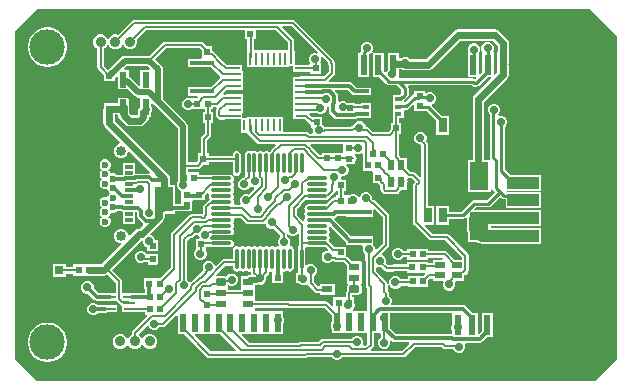
<source format=gtl>
G04*
G04 #@! TF.GenerationSoftware,Altium Limited,Altium Designer,21.6.1 (37)*
G04*
G04 Layer_Physical_Order=1*
G04 Layer_Color=255*
%FSLAX44Y44*%
%MOMM*%
G71*
G04*
G04 #@! TF.SameCoordinates,CFE6EF03-643C-400C-BB7F-AF2D4883FA5C*
G04*
G04*
G04 #@! TF.FilePolarity,Positive*
G04*
G01*
G75*
%ADD10C,0.3000*%
%ADD13C,0.2000*%
%ADD16C,0.6000*%
%ADD17C,0.2500*%
%ADD19C,0.1700*%
%ADD20R,0.9000X0.6000*%
G04:AMPARAMS|DCode=21|XSize=0.6mm|YSize=0.9mm|CornerRadius=0.15mm|HoleSize=0mm|Usage=FLASHONLY|Rotation=90.000|XOffset=0mm|YOffset=0mm|HoleType=Round|Shape=RoundedRectangle|*
%AMROUNDEDRECTD21*
21,1,0.6000,0.6000,0,0,90.0*
21,1,0.3000,0.9000,0,0,90.0*
1,1,0.3000,0.3000,0.1500*
1,1,0.3000,0.3000,-0.1500*
1,1,0.3000,-0.3000,-0.1500*
1,1,0.3000,-0.3000,0.1500*
%
%ADD21ROUNDEDRECTD21*%
%ADD22R,0.5600X0.6000*%
%ADD23R,0.6000X0.5600*%
%ADD24R,0.7600X1.2700*%
%ADD25R,1.1999X1.8001*%
%ADD26R,0.6000X1.5499*%
%ADD27R,0.6000X0.5400*%
%ADD28R,0.2600X0.9700*%
%ADD29R,0.6300X0.8500*%
%ADD30R,0.8500X0.6300*%
%ADD31R,0.8500X0.5500*%
%ADD32R,0.9700X0.2600*%
%ADD33R,1.0800X0.2600*%
%ADD34R,1.0100X0.2600*%
%ADD35R,0.2600X1.0800*%
%ADD36R,0.2600X1.0000*%
%ADD37R,0.9500X0.2600*%
%ADD38R,0.9800X0.2600*%
%ADD40R,0.2600X0.9500*%
%ADD41R,1.5000X2.1200*%
%ADD42R,2.0000X0.4000*%
%ADD43R,1.2000X1.8000*%
%ADD44R,0.6000X1.5500*%
%ADD45R,0.5500X0.8500*%
%ADD46R,0.5400X0.6000*%
%ADD47R,1.0000X2.7000*%
%ADD48R,0.6000X1.7000*%
%ADD49R,3.8000X1.8000*%
%ADD50R,2.7000X1.0000*%
%ADD51R,1.5600X2.3300*%
%ADD52R,0.5588X1.3208*%
%ADD53R,0.5250X0.3000*%
%ADD54O,0.2845X1.8000*%
%ADD55O,1.8000X0.2845*%
%ADD56R,0.8000X0.8000*%
%ADD57R,1.0000X0.2845*%
%ADD58R,0.7000X0.3200*%
%ADD105R,3.5000X3.5000*%
%ADD106R,1.6500X2.4500*%
%ADD107C,0.4000*%
%ADD108C,0.5000*%
%ADD109C,1.0000*%
%ADD110C,0.9000*%
%ADD111C,3.0000*%
%ADD112O,1.8000X0.9000*%
%ADD113C,0.6000*%
%ADD114O,0.9000X1.5000*%
%ADD115C,0.8500*%
%ADD116C,0.7000*%
G36*
X482451Y258944D02*
Y-13944D01*
X463944Y-32451D01*
X-8944D01*
X-27451Y-13944D01*
Y263944D01*
X-8944Y282451D01*
X458944D01*
X482451Y258944D01*
D02*
G37*
%LPC*%
G36*
X207712Y272916D02*
X73316D01*
X72321Y272718D01*
X71477Y272154D01*
X59645Y260322D01*
X58733Y260700D01*
X56267D01*
X53988Y259756D01*
X52244Y258012D01*
X51937Y257272D01*
X50563D01*
X50256Y258012D01*
X48512Y259756D01*
X46233Y260700D01*
X43767D01*
X41488Y259756D01*
X39744Y258012D01*
X38800Y255733D01*
Y253267D01*
X39744Y250988D01*
X41488Y249244D01*
X42247Y248930D01*
Y232770D01*
X42457Y231716D01*
X43053Y230823D01*
X47550Y226327D01*
Y221420D01*
X50568D01*
X50685Y221342D01*
X52324Y221016D01*
X53963Y221342D01*
X54080Y221420D01*
X56950D01*
Y223868D01*
X58685Y225602D01*
X59858Y225117D01*
Y223217D01*
X59798Y223127D01*
X59472Y221488D01*
X59798Y219849D01*
X59858Y219759D01*
Y214130D01*
X68437D01*
X74012Y208554D01*
X75402Y207626D01*
X77040Y207300D01*
X78654D01*
Y199223D01*
X77855Y198424D01*
X76817Y196870D01*
X76452Y195036D01*
X76452Y195036D01*
Y192554D01*
X70994D01*
X69350Y194198D01*
Y198860D01*
X68985Y200693D01*
X68846Y200902D01*
Y207370D01*
X59858D01*
Y202722D01*
X52250D01*
X50416Y202357D01*
X50375Y202330D01*
X47550D01*
Y198726D01*
X47278Y197358D01*
Y185633D01*
X47278Y185633D01*
X47643Y183799D01*
X48682Y182245D01*
X61503Y169423D01*
X60935Y168195D01*
X58879Y167344D01*
X57206Y165670D01*
X56300Y163483D01*
Y161116D01*
X57206Y158929D01*
X58879Y157256D01*
X61066Y156350D01*
X63433D01*
X65620Y157256D01*
X67294Y158929D01*
X68145Y160985D01*
X69373Y161553D01*
X86878Y144048D01*
X86253Y142877D01*
X86033Y142921D01*
X74334D01*
X74050Y143154D01*
Y152100D01*
X63650D01*
Y141863D01*
X58834D01*
X58412Y142284D01*
X56685Y143000D01*
X54815D01*
X54624Y142921D01*
X53247Y143725D01*
X52735Y144962D01*
X52227Y145470D01*
X51428Y146300D01*
X52227Y147129D01*
X52735Y147638D01*
X53450Y149365D01*
Y151235D01*
X52735Y152962D01*
X51413Y154284D01*
X49685Y155000D01*
X47815D01*
X46088Y154284D01*
X44766Y152962D01*
X44050Y151235D01*
Y149365D01*
X44766Y147638D01*
X45274Y147129D01*
X46073Y146300D01*
X45274Y145470D01*
X44766Y144962D01*
X44050Y143235D01*
Y141365D01*
X44766Y139637D01*
X45274Y139129D01*
X46073Y138300D01*
X45274Y137470D01*
X44766Y136962D01*
X44050Y135235D01*
Y133365D01*
X44766Y131638D01*
X46088Y130315D01*
X47815Y129600D01*
X49685D01*
X49877Y129679D01*
X51253Y128875D01*
X51766Y127638D01*
X52274Y127130D01*
X53073Y126300D01*
X52274Y125470D01*
X51766Y124962D01*
X51253Y123725D01*
X49877Y122921D01*
X49685Y123000D01*
X47815D01*
X46088Y122284D01*
X44766Y120962D01*
X44050Y119235D01*
Y117365D01*
X44766Y115638D01*
X45274Y115130D01*
X46073Y114300D01*
X45274Y113470D01*
X44766Y112962D01*
X44050Y111235D01*
Y109365D01*
X44766Y107638D01*
X45274Y107130D01*
X46073Y106300D01*
X45274Y105470D01*
X44766Y104962D01*
X44050Y103235D01*
Y101365D01*
X44766Y99638D01*
X46088Y98315D01*
X47815Y97600D01*
X49685D01*
X51413Y98315D01*
X52735Y99638D01*
X53450Y101365D01*
Y103235D01*
X52735Y104962D01*
X52227Y105470D01*
X51428Y106300D01*
X52227Y107130D01*
X52735Y107638D01*
X53247Y108875D01*
X54624Y109679D01*
X54815Y109600D01*
X56685D01*
X58412Y110316D01*
X59134Y111037D01*
X62224D01*
X62302Y110985D01*
X63550Y110737D01*
X63650D01*
Y100500D01*
X74050D01*
Y110537D01*
X75499D01*
X76143Y109893D01*
Y106699D01*
X76392Y105450D01*
X77099Y104392D01*
X80573Y100918D01*
X80758Y99307D01*
X77730Y96278D01*
X75904Y95915D01*
X74349Y94876D01*
X69470Y89997D01*
X68200Y90523D01*
Y91483D01*
X67294Y93670D01*
X65620Y95344D01*
X63433Y96250D01*
X61066D01*
X58879Y95344D01*
X57206Y93670D01*
X56300Y91483D01*
Y89116D01*
X57206Y86930D01*
X58879Y85256D01*
X61066Y84350D01*
X62027D01*
X62553Y83080D01*
X45515Y66042D01*
X35100D01*
X34637Y65950D01*
X21900D01*
Y63753D01*
X15700D01*
Y66700D01*
X4300D01*
Y55300D01*
X15700D01*
Y58247D01*
X21900D01*
Y56550D01*
X34637D01*
X35100Y56458D01*
X47500D01*
X47500Y56458D01*
X49334Y56823D01*
X50664Y57711D01*
X57947Y50428D01*
Y41622D01*
X53705D01*
X53000Y41762D01*
X43116D01*
X38982Y45896D01*
Y47516D01*
X38190Y49428D01*
X36728Y50890D01*
X34816Y51682D01*
X32748D01*
X30836Y50890D01*
X29374Y49428D01*
X28582Y47516D01*
Y45448D01*
X29374Y43536D01*
X30836Y42074D01*
X32748Y41282D01*
X34368D01*
X39457Y36193D01*
X40516Y35485D01*
X41764Y35237D01*
X53000D01*
X53705Y35377D01*
X58242D01*
X58753Y34612D01*
X61390Y31976D01*
X61390Y31976D01*
X62283Y31379D01*
X62300Y31376D01*
Y30378D01*
X63138D01*
Y25353D01*
X76538D01*
Y25723D01*
X82150D01*
Y23550D01*
X83905D01*
X84391Y22377D01*
X72211Y10197D01*
X71614Y9304D01*
X71405Y8250D01*
Y6386D01*
X70488Y6006D01*
X68744Y4262D01*
X68437Y3522D01*
X67063D01*
X66756Y4262D01*
X65012Y6006D01*
X62733Y6950D01*
X60267D01*
X57988Y6006D01*
X56244Y4262D01*
X55300Y1983D01*
Y-483D01*
X56244Y-2762D01*
X57988Y-4506D01*
X60267Y-5450D01*
X62733D01*
X65012Y-4506D01*
X66756Y-2762D01*
X67063Y-2022D01*
X68437D01*
X68744Y-2762D01*
X70488Y-4506D01*
X72767Y-5450D01*
X75233D01*
X77512Y-4506D01*
X79256Y-2762D01*
X79563Y-2022D01*
X80937D01*
X81244Y-2762D01*
X82988Y-4506D01*
X85267Y-5450D01*
X87733D01*
X90012Y-4506D01*
X91756Y-2762D01*
X92700Y-483D01*
Y1983D01*
X91756Y4262D01*
X90012Y6006D01*
X87733Y6950D01*
X85267D01*
X82988Y6006D01*
X81244Y4262D01*
X80937Y3522D01*
X79563D01*
X79256Y4262D01*
X77512Y6006D01*
X77412Y6047D01*
X77229Y7428D01*
X84051Y14250D01*
X85542Y13945D01*
X86016Y12802D01*
X87478Y11340D01*
X89390Y10548D01*
X91458D01*
X93370Y11340D01*
X94832Y12802D01*
X94912Y12995D01*
X97699D01*
X98752Y13205D01*
X99646Y13801D01*
X108973Y23129D01*
X110146Y22643D01*
Y7315D01*
X115653D01*
X135197Y-12230D01*
X135197Y-12230D01*
X136090Y-12827D01*
X137143Y-13036D01*
X137144Y-13036D01*
X218393D01*
X219446Y-12827D01*
X219856Y-12553D01*
X240683D01*
X240702Y-12598D01*
X242164Y-14060D01*
X244076Y-14852D01*
X246144D01*
X248056Y-14060D01*
X249518Y-12598D01*
X249537Y-12553D01*
X289536D01*
X290068Y-12659D01*
X290068Y-12659D01*
X301276D01*
X302329Y-12449D01*
X303222Y-11853D01*
X311272Y-3803D01*
X333728D01*
X334665Y-4740D01*
X334665Y-4741D01*
X335559Y-5337D01*
X336612Y-5547D01*
X336612Y-5547D01*
X343645D01*
X344080Y-6595D01*
X345542Y-8058D01*
X347454Y-8850D01*
X349522D01*
X351434Y-8058D01*
X352896Y-6595D01*
X353688Y-4684D01*
Y-2616D01*
X353219Y-1482D01*
X354064Y-213D01*
X366050D01*
X367299Y36D01*
X368357Y743D01*
X372164Y4550D01*
X376950D01*
Y24950D01*
X367550D01*
Y9164D01*
X365720Y7334D01*
X364450Y7861D01*
Y24950D01*
X359664D01*
X354108Y30507D01*
X353049Y31214D01*
X351800Y31463D01*
X291813D01*
X291018Y32733D01*
X291523Y33952D01*
Y36021D01*
X290732Y37932D01*
X289269Y39395D01*
X288995Y39509D01*
Y41487D01*
X288785Y42540D01*
X288189Y43433D01*
X288189Y43433D01*
X287995Y43627D01*
Y49534D01*
X287785Y50587D01*
X287189Y51480D01*
X278265Y60404D01*
Y63372D01*
X279535Y64211D01*
X280678Y63738D01*
X282216D01*
X285189Y60765D01*
X285189Y60765D01*
X286083Y60168D01*
X287136Y59959D01*
X292464D01*
X293517Y60168D01*
X293935Y60447D01*
X304332D01*
Y58800D01*
X319335D01*
X319861Y57530D01*
X318847Y56516D01*
X304840D01*
Y53553D01*
X299128D01*
X299048Y53746D01*
X297586Y55208D01*
X295674Y56000D01*
X293606D01*
X291694Y55208D01*
X290232Y53746D01*
X289440Y51834D01*
Y49766D01*
X290232Y47854D01*
X291694Y46392D01*
X293606Y45600D01*
X295674D01*
X297586Y46392D01*
X299048Y47854D01*
X299128Y48047D01*
X304840D01*
Y47116D01*
X322540D01*
Y52423D01*
X324074Y53957D01*
X326398D01*
Y52260D01*
X334444D01*
X335293Y50990D01*
X334906Y50056D01*
Y47988D01*
X335698Y46076D01*
X337160Y44614D01*
X339072Y43822D01*
X341140D01*
X343052Y44614D01*
X344514Y46076D01*
X345306Y47988D01*
Y50056D01*
X344919Y50990D01*
X345768Y52260D01*
X352798D01*
Y56723D01*
X353270Y56817D01*
X354163Y57414D01*
X355745Y58995D01*
X355745Y58995D01*
X356342Y59888D01*
X356551Y60942D01*
X356551Y60942D01*
Y73430D01*
X356551Y73430D01*
X356342Y74483D01*
X355745Y75376D01*
X355745Y75376D01*
X339974Y91147D01*
X339081Y91744D01*
X338027Y91954D01*
X325960D01*
X319440Y98473D01*
X319926Y99646D01*
X327572D01*
Y115746D01*
X322025D01*
Y168071D01*
X322025Y168071D01*
X321815Y169125D01*
X321219Y170018D01*
X321218Y170018D01*
X320446Y170790D01*
X320922Y171940D01*
Y174008D01*
X320130Y175920D01*
X318668Y177382D01*
X316756Y178174D01*
X314688D01*
X312776Y177382D01*
X311314Y175920D01*
X310522Y174008D01*
Y171940D01*
X311314Y170028D01*
X312776Y168566D01*
X314688Y167774D01*
X315676D01*
X316519Y166931D01*
Y140407D01*
X315249Y139881D01*
X311486Y143644D01*
X310593Y144241D01*
X309539Y144450D01*
X307387D01*
X304034Y147803D01*
Y155810D01*
X299571D01*
X299477Y156282D01*
X298881Y157175D01*
X297823Y158233D01*
Y176550D01*
X299470D01*
Y185950D01*
X297823D01*
Y189800D01*
X301450D01*
X301450Y196200D01*
X302496Y196742D01*
X303500D01*
X304651Y196971D01*
X305627Y197623D01*
X309127Y201123D01*
X310300Y200637D01*
Y195500D01*
X319700D01*
Y195500D01*
X320970Y195994D01*
X329272Y187692D01*
Y175846D01*
X340272D01*
Y191946D01*
X333526D01*
X325277Y200195D01*
X325575Y201693D01*
X326542Y202094D01*
X328004Y203556D01*
X328796Y205468D01*
Y207536D01*
X328004Y209448D01*
X326542Y210910D01*
X324630Y211702D01*
X322562D01*
X320970Y211043D01*
X320014Y211477D01*
X319700Y211756D01*
Y213200D01*
X310300D01*
Y210038D01*
X309750Y209929D01*
X308774Y209277D01*
X302720Y203223D01*
X301450Y203750D01*
Y204947D01*
X301656Y205153D01*
X302091Y205239D01*
X303067Y205891D01*
X304827Y207651D01*
X304827Y207651D01*
X305479Y208627D01*
X305708Y209778D01*
X305708Y209778D01*
Y215222D01*
X305484Y216348D01*
X305479Y216373D01*
X306175Y217618D01*
X359026D01*
X359169Y217476D01*
X360145Y216824D01*
X361296Y216595D01*
X361296Y216595D01*
X362853D01*
X364004Y216824D01*
X364980Y217476D01*
X372554Y225050D01*
X375491D01*
X375977Y223877D01*
X361356Y209256D01*
X360317Y207701D01*
X359952Y205867D01*
X359952Y205867D01*
Y154384D01*
X356260D01*
Y127684D01*
X375260D01*
Y130627D01*
X376530Y130752D01*
X376697Y129913D01*
X377349Y128937D01*
X378905Y127381D01*
X371880Y120356D01*
X361253D01*
X361252Y120356D01*
X360101Y120127D01*
X359126Y119475D01*
X359126Y119475D01*
X350354Y110704D01*
X340272D01*
Y115746D01*
X329272D01*
Y99646D01*
X340272D01*
Y104688D01*
X351600D01*
X352751Y104917D01*
X353727Y105569D01*
X354193Y106035D01*
X355396Y105441D01*
X355257Y104392D01*
Y96108D01*
X355488Y94359D01*
X356163Y92729D01*
X356260Y92602D01*
Y84884D01*
X363861D01*
X364494Y84398D01*
X366124Y83723D01*
X367873Y83492D01*
X403000D01*
X403439Y83550D01*
X418200D01*
Y96950D01*
X403439D01*
X403000Y97008D01*
X375260D01*
Y98492D01*
X403000D01*
X403439Y98550D01*
X418200D01*
Y111950D01*
X403439D01*
X403000Y112008D01*
X362873D01*
X361824Y111870D01*
X361231Y113073D01*
X362498Y114340D01*
X373126D01*
X374277Y114569D01*
X375253Y115221D01*
X383159Y123127D01*
X384413Y121873D01*
X385389Y121221D01*
X386540Y120992D01*
X387800D01*
Y113550D01*
X418200D01*
Y126950D01*
X393688D01*
X393398Y127008D01*
X388524D01*
X388380Y127280D01*
X388943Y128355D01*
X389146Y128550D01*
X418200D01*
Y141950D01*
X392054D01*
X387310Y146694D01*
Y182344D01*
X388456Y183490D01*
X389248Y185402D01*
Y187470D01*
X388456Y189382D01*
X386994Y190844D01*
X385082Y191636D01*
X383014D01*
X382760Y191531D01*
X381459Y192367D01*
X381436Y192980D01*
X382360Y193904D01*
X383152Y195816D01*
Y197884D01*
X382360Y199796D01*
X380898Y201258D01*
X378986Y202050D01*
X376918D01*
X375006Y201258D01*
X373544Y199796D01*
X372752Y197884D01*
Y195816D01*
X373544Y193904D01*
X374590Y192858D01*
Y156463D01*
X374751Y155654D01*
X374190Y154669D01*
X373912Y154384D01*
X369536D01*
Y203882D01*
X388960Y223307D01*
X389999Y224861D01*
X390037Y225050D01*
X390200D01*
Y225871D01*
X390364Y226695D01*
Y234950D01*
X390250Y235525D01*
X390507Y235910D01*
X390872Y237744D01*
Y253238D01*
X390872Y253238D01*
X390507Y255072D01*
X389468Y256626D01*
X389468Y256627D01*
X382356Y263738D01*
X380802Y264777D01*
X378968Y265142D01*
X378968Y265142D01*
X347747D01*
X347747Y265142D01*
X345913Y264777D01*
X344358Y263738D01*
X320412Y239792D01*
X306700D01*
X305968Y240524D01*
X304056Y241316D01*
X301988D01*
X300541Y240717D01*
X297450D01*
Y245200D01*
X288050D01*
Y237578D01*
X287916Y237254D01*
Y235186D01*
X288050Y234862D01*
Y230634D01*
X287438Y230022D01*
X287096Y229197D01*
X285778Y228892D01*
X284950Y229596D01*
Y245200D01*
X276812D01*
X275686Y245200D01*
X275356Y245609D01*
X275156Y246171D01*
X275112Y246422D01*
X275298Y246871D01*
X275903Y248333D01*
Y250401D01*
X275111Y252313D01*
X273649Y253775D01*
X271737Y254567D01*
X269669D01*
X267757Y253775D01*
X266295Y252313D01*
X265503Y250401D01*
Y248333D01*
X265689Y247884D01*
X265081Y246975D01*
X264852Y245824D01*
Y245200D01*
X263050D01*
Y224800D01*
X272450D01*
Y244462D01*
X273649Y244959D01*
X274556Y245866D01*
X275382Y245199D01*
X275550Y244579D01*
X275550Y243986D01*
Y224800D01*
X280696D01*
X286997Y218499D01*
X286997Y218499D01*
X287973Y217847D01*
X289124Y217618D01*
X296050D01*
X299693Y213976D01*
Y211024D01*
X299552Y210883D01*
X299117Y210797D01*
X298141Y210145D01*
X297197Y209200D01*
X292800D01*
X292800Y202800D01*
X292800Y201530D01*
X292800Y196300D01*
X292800Y195030D01*
Y193533D01*
X292527Y193123D01*
X292317Y192070D01*
Y185950D01*
X290670D01*
Y180443D01*
X289883Y179657D01*
X289287Y178764D01*
X289217Y178412D01*
X289108Y178303D01*
X275586D01*
X272492Y181397D01*
X271599Y181993D01*
X270545Y182203D01*
X269360D01*
Y182898D01*
X268568Y184810D01*
X267106Y186272D01*
X265194Y187064D01*
X263126D01*
X261214Y186272D01*
X259752Y184810D01*
X259276Y183660D01*
X259139D01*
X259139Y183660D01*
X258086Y183451D01*
X257193Y182854D01*
X257193Y182854D01*
X256542Y182203D01*
X234531D01*
X234229Y182934D01*
X232766Y184396D01*
X232330Y184577D01*
Y190950D01*
X223693D01*
X221865Y192778D01*
X221833Y193126D01*
X222704Y194247D01*
X228159D01*
X228166Y194248D01*
X228194Y194220D01*
X230106Y193428D01*
X232174D01*
X234086Y194220D01*
X235548Y195682D01*
X236340Y197594D01*
Y199662D01*
X236485Y199879D01*
X237350Y200337D01*
X238449Y199642D01*
Y195599D01*
X238698Y194350D01*
X239405Y193292D01*
X242630Y190067D01*
X243688Y189360D01*
X244937Y189111D01*
X247694D01*
X248567Y188938D01*
X259996D01*
X261245Y189186D01*
X262069Y189737D01*
X269875D01*
X270190Y189800D01*
X274200D01*
Y195030D01*
X274200Y196200D01*
X274200D01*
Y196300D01*
X274200D01*
Y202700D01*
X265550D01*
Y201753D01*
X260450D01*
Y202580D01*
X253583D01*
X252854Y203309D01*
X250943Y204100D01*
X248874D01*
X247379Y203482D01*
X246301Y204019D01*
X246110Y204226D01*
Y208518D01*
X245861Y209767D01*
X245154Y210825D01*
X243272Y212707D01*
X243758Y213880D01*
X254301D01*
X257988Y210193D01*
X259047Y209486D01*
X260295Y209237D01*
X269875D01*
X270190Y209300D01*
X274200D01*
Y215700D01*
X270190D01*
X269875Y215763D01*
X261647D01*
X257960Y219450D01*
X256901Y220157D01*
X255653Y220406D01*
X238755D01*
X238229Y221676D01*
X242659Y226105D01*
X243222Y226949D01*
X243420Y227944D01*
Y236056D01*
X243222Y237051D01*
X242658Y237895D01*
X242630Y237923D01*
Y237998D01*
X242432Y238993D01*
X241868Y239836D01*
X209550Y272154D01*
X208707Y272718D01*
X208542Y272751D01*
X207712Y272916D01*
D02*
G37*
G36*
X1645Y266700D02*
X-1645D01*
X-4871Y266058D01*
X-7910Y264799D01*
X-10646Y262972D01*
X-12972Y260646D01*
X-14799Y257910D01*
X-16058Y254871D01*
X-16700Y251645D01*
Y248355D01*
X-16058Y245129D01*
X-14799Y242090D01*
X-12972Y239354D01*
X-10646Y237028D01*
X-7910Y235201D01*
X-4871Y233942D01*
X-1645Y233300D01*
X1645D01*
X4871Y233942D01*
X7910Y235201D01*
X10646Y237028D01*
X12972Y239354D01*
X14799Y242090D01*
X16058Y245129D01*
X16700Y248355D01*
Y251645D01*
X16058Y254871D01*
X14799Y257910D01*
X12972Y260646D01*
X10646Y262972D01*
X7910Y264799D01*
X4871Y266058D01*
X1645Y266700D01*
D02*
G37*
G36*
X39642Y33394D02*
X37574D01*
X35662Y32602D01*
X34200Y31140D01*
X33408Y29228D01*
Y27160D01*
X34200Y25248D01*
X35662Y23786D01*
X37574Y22994D01*
X39642D01*
X41554Y23786D01*
X42699Y24931D01*
X49022D01*
X50271Y25180D01*
X50531Y25353D01*
X59266D01*
Y31598D01*
X45866D01*
Y31457D01*
X42699D01*
X41554Y32602D01*
X39642Y33394D01*
D02*
G37*
G36*
X1645Y16700D02*
X-1645D01*
X-4871Y16058D01*
X-7910Y14799D01*
X-10646Y12972D01*
X-12972Y10646D01*
X-14799Y7910D01*
X-16058Y4871D01*
X-16700Y1645D01*
Y-1645D01*
X-16058Y-4871D01*
X-14799Y-7910D01*
X-12972Y-10646D01*
X-10646Y-12972D01*
X-7910Y-14799D01*
X-4871Y-16058D01*
X-1645Y-16700D01*
X1645D01*
X4871Y-16058D01*
X7910Y-14799D01*
X10646Y-12972D01*
X12972Y-10646D01*
X14799Y-7910D01*
X16058Y-4871D01*
X16700Y-1645D01*
Y1645D01*
X16058Y4871D01*
X14799Y7910D01*
X12972Y10646D01*
X10646Y12972D01*
X7910Y14799D01*
X4871Y16058D01*
X1645Y16700D01*
D02*
G37*
%LPD*%
G36*
X203900Y253941D02*
Y247250D01*
X174711D01*
Y256666D01*
X176236D01*
Y264316D01*
X193525D01*
X203900Y253941D01*
D02*
G37*
G36*
X381288Y251253D02*
Y245450D01*
X380800D01*
Y235051D01*
X380780Y234950D01*
Y228680D01*
X378874Y226774D01*
X377700Y227260D01*
Y245450D01*
X377700D01*
X377335Y246720D01*
X377818Y247886D01*
Y249954D01*
X377026Y251866D01*
X375564Y253328D01*
X373652Y254120D01*
X371584D01*
X369672Y253328D01*
X368210Y251866D01*
X367418Y249954D01*
Y247886D01*
X367935Y246638D01*
X368300Y245450D01*
X368300Y245450D01*
X368300Y245450D01*
Y229304D01*
X366374Y227377D01*
X365200Y227863D01*
Y244816D01*
X365342Y244958D01*
X366134Y246870D01*
Y248938D01*
X365342Y250850D01*
X363880Y252312D01*
X361968Y253104D01*
X359900D01*
X357988Y252312D01*
X356526Y250850D01*
X355734Y248938D01*
Y246870D01*
X356122Y245932D01*
X355800Y245450D01*
X355800D01*
Y225050D01*
X362387D01*
X362873Y223877D01*
X362010Y223013D01*
X361423Y223405D01*
X360272Y223634D01*
X297700D01*
X297450Y224800D01*
X297450D01*
Y231133D01*
X300350D01*
X301188Y230573D01*
X303022Y230208D01*
X322397D01*
X322397Y230208D01*
X324231Y230573D01*
X325786Y231611D01*
X349732Y255558D01*
X376983D01*
X381288Y251253D01*
D02*
G37*
G36*
X228895Y245456D02*
X228176Y244379D01*
X227348Y244722D01*
X225280D01*
X223368Y243930D01*
X221906Y242468D01*
X221114Y240556D01*
Y238488D01*
X221906Y236576D01*
X221989Y236493D01*
X221632Y235095D01*
X221250Y235000D01*
X221250Y235000D01*
X221250Y235000D01*
X209500D01*
Y246700D01*
X209100D01*
Y255018D01*
X208902Y256013D01*
X208338Y256856D01*
X198652Y266543D01*
X199138Y267716D01*
X206635D01*
X228895Y245456D01*
D02*
G37*
G36*
X86548Y232008D02*
X86022Y230738D01*
X78654D01*
Y217684D01*
X77481Y217198D01*
X70162Y224516D01*
X68846Y225396D01*
Y230738D01*
X65479D01*
X64993Y231911D01*
X67306Y234224D01*
X84332D01*
X86548Y232008D01*
D02*
G37*
G36*
X130670Y247385D02*
Y241300D01*
X130670D01*
X130260Y240200D01*
X119050D01*
Y232800D01*
X138557D01*
X146052Y225305D01*
X146164Y224701D01*
X146124Y223942D01*
X146016Y223659D01*
X138557Y216200D01*
X119050D01*
Y208800D01*
X126827D01*
X127466Y207665D01*
X126960Y206700D01*
X122400D01*
X122400Y206700D01*
Y206700D01*
X121130Y206580D01*
X120414Y206876D01*
X118346D01*
X116434Y206084D01*
X114972Y204622D01*
X114180Y202710D01*
Y200642D01*
X114972Y198730D01*
X116434Y197268D01*
X118346Y196476D01*
X120414D01*
X122326Y197268D01*
X122351Y197279D01*
X122400Y197300D01*
X122400Y197300D01*
X122400Y197300D01*
X132957D01*
Y195200D01*
X131420D01*
Y185800D01*
X133067D01*
Y176608D01*
X130387Y173929D01*
X129791Y173036D01*
X129581Y171982D01*
Y159950D01*
X127670D01*
Y154443D01*
X126883Y153657D01*
X126287Y152764D01*
X126217Y152411D01*
X126108Y152303D01*
X118836D01*
Y182997D01*
X118510Y184636D01*
X117582Y186025D01*
X97813Y205794D01*
Y231081D01*
X97487Y232720D01*
X96559Y234109D01*
X91081Y239587D01*
X100440Y248947D01*
X129108D01*
X130670Y247385D01*
D02*
G37*
G36*
X90503Y200993D02*
X90503Y200993D01*
X110272Y181223D01*
Y139446D01*
X110598Y137807D01*
X110651Y137727D01*
Y136547D01*
X110400Y136296D01*
X109608Y134384D01*
Y132316D01*
X110400Y130404D01*
X111862Y128942D01*
X113156Y128406D01*
Y117443D01*
X108260D01*
Y133390D01*
X103852D01*
Y138684D01*
X103852Y138684D01*
X103487Y140518D01*
X102449Y142072D01*
X96369Y148152D01*
X96246Y148234D01*
X56862Y187618D01*
Y193138D01*
X58973D01*
X59766Y192213D01*
X59858Y191750D01*
Y190762D01*
X60054D01*
X60131Y190379D01*
X61169Y188824D01*
X65620Y184373D01*
X65621Y184373D01*
X67175Y183334D01*
X69009Y182969D01*
X69009Y182970D01*
X78491D01*
X78491Y182969D01*
X80324Y183334D01*
X81879Y184373D01*
X84632Y187126D01*
X84632Y187126D01*
X85671Y188681D01*
X86036Y190515D01*
Y190762D01*
X87642D01*
Y194872D01*
X88247Y195778D01*
X88612Y197612D01*
X88247Y199446D01*
X87642Y200352D01*
Y202194D01*
X88815Y202680D01*
X90503Y200993D01*
D02*
G37*
G36*
X167236Y256666D02*
X169205D01*
Y247250D01*
X168500D01*
Y233050D01*
X204500D01*
Y233600D01*
X208050D01*
Y229000D01*
X221250D01*
Y229247D01*
X222530D01*
Y227300D01*
X231330D01*
Y236700D01*
X231330D01*
X230986Y237214D01*
X231514Y238488D01*
Y240556D01*
X231171Y241384D01*
X232248Y242103D01*
X237430Y236921D01*
Y236846D01*
X237628Y235851D01*
X238192Y235008D01*
X238220Y234979D01*
Y229021D01*
X234303Y225104D01*
X213614D01*
X213092Y225000D01*
X207550D01*
Y214000D01*
Y204000D01*
Y194000D01*
X208200D01*
Y189000D01*
X217857D01*
X221605Y185251D01*
X222498Y184655D01*
X223530Y184450D01*
Y181550D01*
X224268D01*
X224620Y181022D01*
Y178954D01*
X225095Y177808D01*
X224257Y176538D01*
X222183D01*
X221069Y177652D01*
X220226Y178216D01*
X219231Y178414D01*
X199500D01*
Y190950D01*
X168500D01*
Y190300D01*
X165100D01*
Y194000D01*
X165450D01*
Y199000D01*
Y210000D01*
X151250D01*
Y209753D01*
X149511D01*
X148985Y211023D01*
X151909Y213947D01*
X156248D01*
X156514Y214000D01*
X165450D01*
Y219000D01*
Y230000D01*
X164900D01*
Y235000D01*
X151925D01*
X148470Y238455D01*
X148397Y238565D01*
X141015Y245947D01*
X140122Y246543D01*
X139470Y246673D01*
Y250700D01*
X135142D01*
X132195Y253647D01*
X131302Y254243D01*
X130248Y254453D01*
X99300D01*
X98246Y254243D01*
X97353Y253647D01*
X97353Y253647D01*
X86431Y242724D01*
X86106Y242788D01*
X65532D01*
X63893Y242462D01*
X62504Y241534D01*
X51317Y230347D01*
X47753Y233910D01*
Y248930D01*
X48512Y249244D01*
X50256Y250988D01*
X50563Y251728D01*
X51937D01*
X52244Y250988D01*
X53988Y249244D01*
X56267Y248300D01*
X58733D01*
X61012Y249244D01*
X62756Y250988D01*
X63063Y251728D01*
X64437D01*
X64744Y250988D01*
X66488Y249244D01*
X68766Y248300D01*
X71233D01*
X73512Y249244D01*
X75256Y250988D01*
X76200Y253267D01*
Y255733D01*
X75822Y256645D01*
X83493Y264316D01*
X167236D01*
Y256666D01*
D02*
G37*
G36*
X142781Y198930D02*
X143133Y197977D01*
X142745Y197395D01*
X142535Y196342D01*
Y192434D01*
X142745Y191380D01*
X143341Y190487D01*
X144513Y189315D01*
X144513Y189315D01*
X145406Y188719D01*
X146460Y188509D01*
X146460Y188509D01*
X149512D01*
X150566Y188719D01*
X150907Y188947D01*
X155378D01*
X155644Y189000D01*
X163500D01*
Y177400D01*
X168500D01*
Y176750D01*
X169781D01*
X170112Y176255D01*
X177667Y168700D01*
X178511Y168136D01*
X179506Y167938D01*
X192907D01*
X193393Y166765D01*
X189439Y162811D01*
X189084Y162279D01*
X189032Y162269D01*
X187999Y161579D01*
X187501D01*
X186469Y162269D01*
X185250Y162511D01*
X184032Y162269D01*
X182999Y161579D01*
X182501D01*
X181468Y162269D01*
X180250Y162511D01*
X179032Y162269D01*
X177999Y161579D01*
X177501D01*
X176469Y162269D01*
X175250Y162511D01*
X174032Y162269D01*
X173711Y162054D01*
X172750Y161677D01*
X171789Y162054D01*
X171468Y162269D01*
X170250Y162511D01*
X169032Y162269D01*
X167999Y161579D01*
X167309Y160546D01*
X167066Y159328D01*
Y144172D01*
X167309Y142954D01*
X167497Y142672D01*
Y141136D01*
X165701Y139339D01*
X165621Y139221D01*
X163745Y138443D01*
X162282Y136981D01*
X161491Y135069D01*
Y133001D01*
X162282Y131089D01*
X163745Y129627D01*
X165656Y128835D01*
X167725D01*
X169636Y129627D01*
X171099Y131089D01*
X171356Y131711D01*
X172405Y131919D01*
X174316Y131127D01*
X174683D01*
X175208Y129857D01*
X170295Y124943D01*
X169332Y125342D01*
X167264D01*
X165352Y124550D01*
X163890Y123088D01*
X163098Y121176D01*
Y119108D01*
X163651Y117773D01*
X162924Y116503D01*
X158493D01*
X157817Y117773D01*
X158011Y118750D01*
X157769Y119968D01*
X157555Y120289D01*
X157177Y121250D01*
X157555Y122211D01*
X157769Y122532D01*
X158011Y123750D01*
X157769Y124968D01*
X157079Y126001D01*
Y126499D01*
X157769Y127531D01*
X158011Y128750D01*
X157769Y129968D01*
X157555Y130289D01*
X157177Y131250D01*
X157555Y132211D01*
X157769Y132532D01*
X158011Y133750D01*
X157769Y134968D01*
X157079Y136001D01*
Y136499D01*
X157769Y137531D01*
X158011Y138750D01*
X157769Y139968D01*
X157079Y141001D01*
X156046Y141691D01*
X154828Y141933D01*
X139696D01*
X138844Y142103D01*
X128484D01*
Y144146D01*
X118836D01*
Y146797D01*
X127248D01*
X128302Y147007D01*
X129195Y147603D01*
X130777Y149185D01*
X130777Y149185D01*
X131373Y150078D01*
X131443Y150430D01*
X131563Y150550D01*
X136470D01*
Y152497D01*
X157066D01*
Y144172D01*
X157309Y142954D01*
X157999Y141921D01*
X159032Y141231D01*
X160250Y140989D01*
X161468Y141231D01*
X162501Y141921D01*
X163191Y142954D01*
X163434Y144172D01*
Y159328D01*
X163191Y160546D01*
X162501Y161579D01*
X161468Y162269D01*
X160250Y162511D01*
X159032Y162269D01*
X157999Y161579D01*
X157309Y160546D01*
X157066Y159328D01*
Y158003D01*
X136470D01*
Y159950D01*
X135087D01*
Y170842D01*
X137767Y173521D01*
X137767Y173521D01*
X138363Y174415D01*
X138573Y175468D01*
Y185800D01*
X140220D01*
Y195200D01*
X138463D01*
Y197300D01*
X140100D01*
Y199247D01*
X142504D01*
X142781Y198930D01*
D02*
G37*
G36*
X267114Y159803D02*
Y154560D01*
X266994D01*
Y145160D01*
X275076D01*
X275694Y144146D01*
Y134746D01*
X280180D01*
X280191Y134692D01*
X280787Y133799D01*
X281787Y132799D01*
Y130129D01*
X281996Y129076D01*
X282593Y128183D01*
X284175Y126601D01*
X284175Y126601D01*
X285068Y126004D01*
X285762Y125866D01*
X285762Y125866D01*
X286816Y125657D01*
X295352D01*
X296406Y125866D01*
X297299Y126463D01*
X298881Y128045D01*
X298881Y128045D01*
X299477Y128938D01*
X299571Y129410D01*
X304034D01*
Y134533D01*
X304207Y134705D01*
X304803Y135598D01*
X305013Y136652D01*
X304803Y137705D01*
X304549Y138086D01*
X304896Y138661D01*
X305389Y139115D01*
X306247Y138945D01*
X308399D01*
X311387Y135956D01*
X310473Y135043D01*
X309877Y134150D01*
X309667Y133096D01*
Y101600D01*
X309877Y100547D01*
X310473Y99653D01*
X322873Y87254D01*
X322873Y87254D01*
X323766Y86657D01*
X324819Y86448D01*
X324819Y86448D01*
X336887D01*
X351045Y72290D01*
Y70060D01*
X344791D01*
X338483Y76369D01*
X337590Y76965D01*
X336536Y77175D01*
X322318D01*
Y79122D01*
X304618D01*
Y77683D01*
X301414D01*
X301334Y77876D01*
X299872Y79338D01*
X297960Y80130D01*
X295892D01*
X293980Y79338D01*
X292518Y77876D01*
X291726Y75964D01*
Y73896D01*
X292518Y71984D01*
X293980Y70522D01*
X295892Y69730D01*
X297960D01*
X299872Y70522D01*
X301334Y71984D01*
X301414Y72177D01*
X304618D01*
Y69722D01*
X322318D01*
Y71669D01*
X334637D01*
X334878Y71330D01*
X334221Y70060D01*
X326398D01*
Y67523D01*
X322032D01*
Y68200D01*
X304332D01*
Y65953D01*
X292953D01*
X292952Y65953D01*
X291899Y65743D01*
X291481Y65464D01*
X288276D01*
X286597Y67144D01*
X286912Y67904D01*
Y69972D01*
X286120Y71884D01*
X284658Y73346D01*
X283448Y73847D01*
X283116Y75311D01*
X288563Y80758D01*
X289159Y81651D01*
X289369Y82705D01*
Y107338D01*
X289159Y108392D01*
X288563Y109285D01*
X277887Y119960D01*
X276994Y120557D01*
X275940Y120767D01*
X275666D01*
X274694Y121739D01*
Y123208D01*
X273902Y125120D01*
X272440Y126582D01*
X270528Y127374D01*
X268460D01*
X266548Y126582D01*
X265086Y125120D01*
X264405Y123476D01*
X263428Y123309D01*
X263082Y123349D01*
X262980Y123596D01*
X261518Y125058D01*
X259606Y125850D01*
X257538D01*
X255626Y125058D01*
X255268Y124700D01*
X251417D01*
Y128396D01*
X253064D01*
Y137796D01*
X249101D01*
X248293Y139066D01*
X248364Y139423D01*
X248408Y139605D01*
X249494Y140596D01*
X250716D01*
X252628Y141388D01*
X254090Y142850D01*
X254882Y144762D01*
Y146830D01*
X254090Y148742D01*
X252932Y149900D01*
X253362Y151170D01*
X259970D01*
Y153501D01*
X260075Y153522D01*
X260918Y154086D01*
X261482Y154929D01*
X261680Y155924D01*
X261482Y156919D01*
X260918Y157762D01*
X260460Y158069D01*
X260400Y159187D01*
X260960Y159600D01*
X261578Y159866D01*
X262110Y159646D01*
X264178D01*
X265844Y160336D01*
X267114Y159803D01*
D02*
G37*
G36*
X250570Y161590D02*
X250318Y160424D01*
X240918D01*
Y160354D01*
X232028D01*
Y158554D01*
X230222D01*
X225337Y163439D01*
X225325Y163501D01*
X224761Y164344D01*
X222340Y166765D01*
X222826Y167938D01*
X245312D01*
X246307Y168136D01*
X246546Y168296D01*
X250570D01*
Y161590D01*
D02*
G37*
G36*
X245911Y124700D02*
X243900D01*
Y122753D01*
X242600D01*
X241546Y122543D01*
X240653Y121947D01*
X238121Y119414D01*
X237524Y118521D01*
X237521Y118506D01*
X235928Y116914D01*
X235828Y116934D01*
X220673D01*
X219454Y116691D01*
X218422Y116001D01*
X217732Y114968D01*
X217489Y113750D01*
X217732Y112532D01*
X217946Y112211D01*
X218324Y111250D01*
X217946Y110289D01*
X217732Y109968D01*
X217489Y108750D01*
X217732Y107531D01*
X218422Y106499D01*
Y106001D01*
X217732Y104968D01*
X217489Y103750D01*
X217603Y103179D01*
X216432Y102553D01*
X211093Y107892D01*
Y112754D01*
X219175Y120836D01*
X219415D01*
X219454Y120809D01*
X220673Y120567D01*
X235828D01*
X237046Y120809D01*
X238079Y121499D01*
X238452Y122057D01*
X238589Y122084D01*
X239482Y122681D01*
X243137Y126336D01*
X243137Y126336D01*
X243734Y127229D01*
X243755Y127337D01*
X244264Y128396D01*
X245911D01*
Y124700D01*
D02*
G37*
G36*
X136683Y125978D02*
X136983Y125344D01*
X136732Y124968D01*
X136489Y123750D01*
X136732Y122532D01*
X136946Y122211D01*
X137284Y121351D01*
X136985Y120571D01*
X136912Y120416D01*
X136018Y119819D01*
X132673Y116474D01*
X132077Y115581D01*
X131867Y114527D01*
Y109792D01*
X131828Y109596D01*
X131505Y109007D01*
X130465Y108671D01*
X130183Y108727D01*
X122230D01*
X121177Y108517D01*
X120283Y107921D01*
X105495Y93133D01*
X104899Y92240D01*
X104689Y91186D01*
Y63624D01*
X95265Y54200D01*
X81650D01*
Y44800D01*
X82887D01*
Y43200D01*
X82150D01*
Y41763D01*
X71520D01*
X70813Y41622D01*
X63453D01*
Y51568D01*
X63243Y52621D01*
X62647Y53514D01*
X62647Y53514D01*
X54594Y61567D01*
X79724Y86697D01*
X79725Y86697D01*
X80906Y85637D01*
Y84413D01*
X81698Y82502D01*
X83160Y81039D01*
X84650Y80422D01*
Y77300D01*
X93650D01*
Y86700D01*
X91216D01*
X90514Y88393D01*
X89052Y89856D01*
X87359Y90557D01*
X86827Y91821D01*
X93330Y98325D01*
X93330Y98325D01*
X97694Y102689D01*
X97695Y102689D01*
X98733Y104244D01*
X99098Y106077D01*
X99098Y106078D01*
Y107033D01*
X99352Y108310D01*
X100443Y108790D01*
X108260D01*
Y110917D01*
X118902D01*
X120150Y111166D01*
X120719Y111546D01*
X122556D01*
Y119628D01*
X123570Y120246D01*
X132970D01*
Y123984D01*
X135198Y126212D01*
X136683Y125978D01*
D02*
G37*
G36*
X283863Y106198D02*
Y83845D01*
X278676Y78659D01*
X277406Y79185D01*
Y79834D01*
X276615Y81746D01*
X275950Y82410D01*
Y89700D01*
X257164D01*
X242831Y104033D01*
X243249Y105411D01*
X243415Y105444D01*
X244473Y106151D01*
X245059Y106737D01*
X252550D01*
Y106300D01*
X275950D01*
Y112315D01*
X277220Y112841D01*
X283863Y106198D01*
D02*
G37*
G36*
X167967Y100934D02*
X168811Y100370D01*
X169806Y100172D01*
X182093D01*
X183088Y100370D01*
X183292Y100507D01*
X183474Y100515D01*
X184723Y100060D01*
X184768Y100010D01*
X185330Y98654D01*
X186792Y97192D01*
X188704Y96400D01*
X190772D01*
X190965Y96480D01*
X197142Y90303D01*
Y88897D01*
X196134Y87889D01*
X195342Y85978D01*
Y83909D01*
X195849Y82687D01*
X195615Y82229D01*
X195009Y81463D01*
X194032Y81269D01*
X193711Y81054D01*
X192750Y80676D01*
X191789Y81054D01*
X191468Y81269D01*
X190250Y81511D01*
X189032Y81269D01*
X188711Y81054D01*
X187750Y80676D01*
X186789Y81054D01*
X186469Y81269D01*
X185250Y81511D01*
X184032Y81269D01*
X183711Y81054D01*
X182750Y80676D01*
X181789Y81054D01*
X181468Y81269D01*
X180250Y81511D01*
X179032Y81269D01*
X177999Y80579D01*
X177501D01*
X176469Y81269D01*
X175250Y81511D01*
X174032Y81269D01*
X173711Y81054D01*
X172750Y80676D01*
X171789Y81054D01*
X171468Y81269D01*
X170250Y81511D01*
X169032Y81269D01*
X168711Y81054D01*
X167750Y80676D01*
X166789Y81054D01*
X166469Y81269D01*
X165250Y81511D01*
X164032Y81269D01*
X163711Y81054D01*
X162750Y80676D01*
X161789Y81054D01*
X161468Y81269D01*
X160250Y81511D01*
X159032Y81269D01*
X157999Y80579D01*
X157309Y79546D01*
X157066Y78327D01*
Y70571D01*
X149769D01*
X149769Y70571D01*
X148715Y70361D01*
X147822Y69765D01*
X147822Y69764D01*
X142858Y64800D01*
X141422Y65160D01*
X140893Y66436D01*
X139430Y67899D01*
X137519Y68691D01*
X135450D01*
X133539Y67899D01*
X132076Y66436D01*
X131285Y64525D01*
Y62456D01*
X131786Y61245D01*
X131365Y60614D01*
X131282Y60201D01*
X128662Y57580D01*
X127963Y57441D01*
X127070Y56845D01*
X121117Y50892D01*
X120003Y51113D01*
X118541Y52576D01*
X118533Y52579D01*
Y85978D01*
X120862Y88308D01*
X121299D01*
X122352Y88517D01*
X123245Y89114D01*
X125029Y90898D01*
X125235Y90813D01*
X127304D01*
X128437Y89907D01*
X128825Y88970D01*
X128023Y87700D01*
X125420D01*
Y78300D01*
X125420Y78300D01*
X125420D01*
X125227Y78017D01*
X125132Y77876D01*
X124876Y77257D01*
X124340Y75964D01*
Y73896D01*
X125132Y71984D01*
X126594Y70522D01*
X128506Y69730D01*
X130574D01*
X132486Y70522D01*
X133948Y71984D01*
X134740Y73896D01*
Y75964D01*
X134287Y77058D01*
X134220Y78300D01*
X134220Y78300D01*
X134220Y78300D01*
Y80997D01*
X138173D01*
X138454Y80809D01*
X139673Y80567D01*
X154828D01*
X156046Y80809D01*
X157079Y81499D01*
X157769Y82532D01*
X158011Y83750D01*
X157769Y84968D01*
X157079Y86001D01*
X156046Y86691D01*
X154828Y86934D01*
X139673D01*
X138454Y86691D01*
X138286Y86853D01*
X137933Y88266D01*
X138725Y90177D01*
X139291Y90642D01*
X139673Y90567D01*
X154828D01*
X156046Y90809D01*
X157079Y91499D01*
X157769Y92532D01*
X158011Y93750D01*
X157769Y94968D01*
X157079Y96001D01*
Y96499D01*
X157769Y97532D01*
X158011Y98750D01*
X157769Y99968D01*
X157555Y100289D01*
X157177Y101250D01*
X157555Y102211D01*
X157769Y102532D01*
X158011Y103750D01*
X157895Y104334D01*
X158756Y105604D01*
X163297D01*
X167967Y100934D01*
D02*
G37*
G36*
X212174Y92476D02*
X213135Y92158D01*
Y83415D01*
X212707Y82773D01*
X212497Y81720D01*
Y79828D01*
X212309Y79546D01*
X212067Y78327D01*
Y63172D01*
X212309Y61954D01*
X212497Y61672D01*
Y58720D01*
X210300D01*
Y49920D01*
X212864D01*
X213612Y49172D01*
X215524Y48380D01*
X217592D01*
X218930Y48934D01*
X219804Y48968D01*
X220574Y48446D01*
X220811Y48091D01*
X226145Y42757D01*
X227038Y42161D01*
X228092Y41951D01*
X228092Y41951D01*
X230712D01*
Y40410D01*
X243112D01*
Y49810D01*
X230712D01*
Y47457D01*
X229232D01*
X225511Y51178D01*
Y56472D01*
X225704Y56552D01*
X227166Y58014D01*
X227958Y59926D01*
Y61994D01*
X227166Y63906D01*
X225704Y65368D01*
X223792Y66160D01*
X221724D01*
X219812Y65368D01*
X219607Y65163D01*
X218434Y65649D01*
Y78327D01*
X218191Y79546D01*
X218913Y80625D01*
X219454Y80809D01*
X220673Y80567D01*
X235828D01*
X235833Y80568D01*
X237621Y78780D01*
X237095Y77510D01*
X236202D01*
X234290Y76718D01*
X232828Y75256D01*
X232036Y73344D01*
Y71276D01*
X232828Y69365D01*
X234290Y67902D01*
X236202Y67110D01*
X238270D01*
X240182Y67902D01*
X240880Y68600D01*
X242344D01*
X242391Y68554D01*
X242391Y68553D01*
X243284Y67957D01*
X244338Y67747D01*
X244338Y67747D01*
X250882D01*
X253712Y64917D01*
X253712Y59410D01*
X253712Y58140D01*
Y49910D01*
X253857D01*
X254083Y49610D01*
X254420Y48640D01*
X253898Y47859D01*
X253649Y46610D01*
Y43970D01*
X253355Y43676D01*
X252759Y42783D01*
X252549Y41729D01*
Y38228D01*
X242102D01*
Y30951D01*
X240929Y30464D01*
X237547Y33847D01*
X236653Y34443D01*
X235600Y34653D01*
X205416D01*
X205347Y34699D01*
X204293Y34909D01*
X176840D01*
X175942Y35807D01*
X175942Y36856D01*
X175942Y38126D01*
Y46356D01*
X175942D01*
Y46456D01*
X175942D01*
Y48874D01*
X177615D01*
X178691Y49088D01*
X178956Y48978D01*
X181024D01*
X182936Y49770D01*
X184398Y51232D01*
X185190Y53144D01*
Y55212D01*
X185110Y55405D01*
X187197Y57491D01*
X187794Y58384D01*
X187957Y59205D01*
X189064Y59835D01*
X189128Y59858D01*
X190184Y59443D01*
X190296Y58868D01*
X190300Y58783D01*
Y49850D01*
X199700D01*
Y58803D01*
X199765Y59622D01*
X200250Y59989D01*
X201468Y60231D01*
X201789Y60446D01*
X202750Y60823D01*
X203711Y60446D01*
X204032Y60231D01*
X205250Y59989D01*
X206468Y60231D01*
X207501Y60921D01*
X208191Y61954D01*
X208434Y63172D01*
Y78327D01*
X208191Y79546D01*
X207501Y80579D01*
X206468Y81269D01*
X205978Y81366D01*
X205245Y82704D01*
Y82708D01*
X205742Y83909D01*
Y85978D01*
X204951Y87889D01*
X203488Y89352D01*
X202647Y89700D01*
Y91225D01*
X203171Y91594D01*
X203872Y91796D01*
X204572Y91096D01*
X206484Y90304D01*
X208552D01*
X210464Y91096D01*
X211865Y92497D01*
X212174Y92476D01*
D02*
G37*
G36*
X157066Y63172D02*
X157309Y61954D01*
X157999Y60921D01*
X159032Y60231D01*
X160250Y59989D01*
X161468Y60231D01*
X161789Y60446D01*
X162750Y60823D01*
X163711Y60446D01*
X164032Y60231D01*
X165250Y59989D01*
X166469Y60231D01*
X166789Y60445D01*
X167750Y60823D01*
X168711Y60445D01*
X169032Y60231D01*
X170250Y59989D01*
X171227Y60183D01*
X171983Y59781D01*
X172289Y58349D01*
X171918Y57731D01*
X171500Y57390D01*
X170103Y57112D01*
X168714Y56184D01*
X168495Y55856D01*
X163542D01*
Y46456D01*
X163542D01*
Y46356D01*
X163542D01*
Y44409D01*
X152942D01*
Y46356D01*
X152942D01*
X152479Y47495D01*
X153151Y48361D01*
X154022Y48259D01*
X154922Y47886D01*
X156990D01*
X158902Y48678D01*
X160364Y50140D01*
X161156Y52052D01*
Y54120D01*
X160364Y56032D01*
X158902Y57494D01*
X156990Y58286D01*
X154922D01*
X153010Y57494D01*
X151548Y56032D01*
X151457Y55812D01*
X150990Y55670D01*
X149742Y55919D01*
X143742D01*
X143513Y55873D01*
X142888Y57044D01*
X150909Y65065D01*
X157066D01*
Y63172D01*
D02*
G37*
G36*
X252550Y85086D02*
Y82300D01*
X266693D01*
X267502Y81030D01*
X267006Y79834D01*
Y77766D01*
X267798Y75855D01*
X269169Y74483D01*
Y73688D01*
X269059Y73134D01*
Y48962D01*
X269269Y47909D01*
X269865Y47016D01*
X270747Y46134D01*
Y27743D01*
X270200Y26700D01*
X269477Y26700D01*
X261470D01*
X260800Y26700D01*
X258862Y26700D01*
X258336Y27970D01*
X259170Y28804D01*
X259180Y28828D01*
X259802D01*
Y30329D01*
X259962Y30716D01*
Y32784D01*
X259802Y33171D01*
Y38228D01*
X258055D01*
Y40347D01*
X262912D01*
X264161Y40596D01*
X265219Y41303D01*
X265926Y42361D01*
X266175Y43610D01*
Y46610D01*
X265926Y47859D01*
X265404Y48640D01*
X265741Y49610D01*
X265967Y49910D01*
X266112D01*
Y58140D01*
X266112Y59310D01*
X266112Y60580D01*
Y68810D01*
X257605D01*
X253969Y72447D01*
X253076Y73043D01*
X252556Y73147D01*
Y80900D01*
X246722D01*
X246456Y80953D01*
X243234D01*
X238761Y85427D01*
X238079Y86499D01*
X238769Y87532D01*
X239011Y88750D01*
X238769Y89968D01*
X238555Y90289D01*
X238177Y91250D01*
X238555Y92211D01*
X238769Y92532D01*
X239011Y93750D01*
X238769Y94968D01*
X238079Y96001D01*
Y96499D01*
X238585Y97255D01*
X239988Y97647D01*
X252550Y85086D01*
D02*
G37*
G36*
X203496Y29357D02*
X204549Y29147D01*
X204549Y29147D01*
X234460D01*
X240800Y22807D01*
Y17522D01*
X240448Y17170D01*
X239656Y15258D01*
Y13190D01*
X240448Y11278D01*
X240800Y10926D01*
Y7800D01*
X250200D01*
Y7800D01*
X250800D01*
Y7800D01*
X259530D01*
X260200Y7800D01*
X261470Y7800D01*
X270200Y7800D01*
X270747Y6757D01*
Y-1140D01*
X268948Y-2939D01*
X267694D01*
X266855Y-1669D01*
X267328Y-526D01*
Y1542D01*
X266536Y3454D01*
X265074Y4916D01*
X263162Y5708D01*
X261094D01*
X259182Y4916D01*
X257720Y3454D01*
X257640Y3261D01*
X233477D01*
X233477Y3261D01*
X232423Y3051D01*
X231530Y2455D01*
X231530Y2455D01*
X229429Y353D01*
X214047D01*
X212993Y143D01*
X212584Y-130D01*
X170884D01*
X164612Y6141D01*
X165098Y7315D01*
X168876D01*
X169546Y7314D01*
X170816Y7315D01*
X178876D01*
X179546Y7314D01*
X180816Y7315D01*
X188876D01*
X189546Y7314D01*
X190816Y7315D01*
X199546D01*
Y15754D01*
X200272Y17508D01*
Y19576D01*
X199546Y21330D01*
Y26214D01*
X190816D01*
X190146Y26214D01*
X188876Y26214D01*
X180816D01*
X180146Y26214D01*
X178876Y26214D01*
X176008D01*
X175942Y27456D01*
X175942Y27484D01*
Y29403D01*
X203426D01*
X203496Y29357D01*
D02*
G37*
G36*
X159324Y-6357D02*
X158838Y-7530D01*
X138284D01*
X124612Y6141D01*
X125098Y7315D01*
X128876D01*
X129546Y7314D01*
X130816Y7315D01*
X138876D01*
X139546Y7314D01*
X140816Y7315D01*
X145653D01*
X159324Y-6357D01*
D02*
G37*
G36*
X342550Y15018D02*
X342018Y13734D01*
Y11666D01*
X342550Y10382D01*
Y6712D01*
X342537Y6701D01*
X295388D01*
X290263Y11826D01*
Y13228D01*
X290200Y13543D01*
Y24937D01*
X342550D01*
Y15018D01*
D02*
G37*
G36*
X280200Y7800D02*
X280800D01*
Y7800D01*
X280965D01*
X282235Y6847D01*
Y4234D01*
X282042Y4154D01*
X280580Y2692D01*
X279788Y780D01*
Y-1288D01*
X280580Y-3200D01*
X282042Y-4662D01*
X283954Y-5454D01*
X286022D01*
X287934Y-4662D01*
X289396Y-3200D01*
X290188Y-1288D01*
Y780D01*
X290120Y944D01*
X291197Y1664D01*
X291730Y1131D01*
X292788Y424D01*
X294037Y175D01*
X305804D01*
X306290Y-998D01*
X300135Y-7153D01*
X290494D01*
X289962Y-7047D01*
X274286D01*
X273800Y-5874D01*
X275447Y-4227D01*
X276043Y-3334D01*
X276253Y-2280D01*
Y7800D01*
X280200D01*
X280200Y7800D01*
D02*
G37*
%LPC*%
G36*
X79990Y77629D02*
X77921D01*
X76010Y76837D01*
X74547Y75374D01*
X73755Y73463D01*
Y71394D01*
X74547Y69483D01*
X76010Y68020D01*
X77921Y67229D01*
X79990D01*
X81564Y67881D01*
X82237Y67747D01*
X82237Y67747D01*
X84900D01*
Y65800D01*
X93900D01*
Y75200D01*
X84900D01*
Y74984D01*
X83630Y74731D01*
X83364Y75374D01*
X81901Y76837D01*
X79990Y77629D01*
D02*
G37*
%LPD*%
D10*
X230124Y108458D02*
X242166D01*
X243708Y110000D02*
X264250D01*
X242166Y108458D02*
X243708Y110000D01*
X206346Y11176D02*
X213614D01*
X204846Y12676D02*
Y16764D01*
Y12676D02*
X206346Y11176D01*
X265684Y34544D02*
Y35560D01*
X267612Y37488D01*
Y68436D01*
X263398Y72649D02*
Y73660D01*
Y72649D02*
X267612Y68436D01*
X257996Y74700D02*
X262358D01*
X263398Y73660D01*
X256796Y75900D02*
Y76200D01*
Y75900D02*
X257996Y74700D01*
X214540Y111250D02*
X215306Y112015D01*
Y114920D02*
X219058Y118672D01*
X215306Y112015D02*
Y114920D01*
X219058Y118672D02*
X228173D01*
X236912Y54610D02*
Y64110D01*
Y54540D02*
Y54610D01*
X236474Y54102D02*
X236912Y54540D01*
X366050Y3050D02*
X372250Y9250D01*
X342924Y3050D02*
X366050D01*
X294037Y3438D02*
X342537D01*
X342924Y3050D01*
X351800Y28200D02*
X359750Y20250D01*
X285496Y14732D02*
X287000Y13228D01*
X279300Y26326D02*
X281175Y28200D01*
X351800D01*
X287000Y10475D02*
Y13228D01*
Y10475D02*
X294037Y3438D01*
X279300Y25800D02*
Y26326D01*
X275082Y21582D02*
X279300Y25800D01*
X121180Y68029D02*
X127708Y61501D01*
X121180Y68029D02*
Y83000D01*
X102870Y114180D02*
X118902D01*
X117657Y124206D02*
X127817D01*
X236728Y164212D02*
X237125Y164609D01*
X245603D02*
X245618Y164624D01*
X237125Y164609D02*
X245603D01*
X303022Y100330D02*
X303784D01*
X275322Y128030D02*
X303022Y100330D01*
X275322Y128030D02*
Y131339D01*
X230205Y164212D02*
X236728D01*
X229824Y163831D02*
X230205Y164212D01*
X273565Y133096D02*
X275322Y131339D01*
X257304Y133096D02*
X273565D01*
X51816Y205836D02*
X54850Y208870D01*
X51816Y205486D02*
Y205836D01*
X54850Y208870D02*
X68471D01*
X73750Y199066D02*
Y202876D01*
X70346Y206280D02*
Y206995D01*
Y206280D02*
X73750Y202876D01*
X68471Y208870D02*
X70346Y206995D01*
X95400Y66175D02*
Y67600D01*
X88153Y58928D02*
X95400Y66175D01*
X74930Y58928D02*
X88153D01*
X98100Y70300D02*
Y70500D01*
X95400Y67600D02*
X98100Y70300D01*
X228173Y118672D02*
X228250Y118750D01*
X83331Y102774D02*
X88881D01*
X68850Y113800D02*
X76850D01*
X79406Y111244D01*
X93060Y106953D02*
Y111990D01*
X94870Y113800D01*
X79406Y106699D02*
X83331Y102774D01*
X79406Y106699D02*
Y111244D01*
X92806Y106699D02*
X93060Y106953D01*
X86033Y139658D02*
X88278Y137414D01*
X68950Y138900D02*
X73156D01*
X88278Y137414D02*
X99060D01*
X73676Y139000D02*
X74334Y139658D01*
X77568Y129029D02*
X78098Y129558D01*
X73704Y129029D02*
X77568D01*
X74334Y139658D02*
X86033D01*
X73256Y139000D02*
X73676D01*
X73156Y138900D02*
X73256Y139000D01*
X68850Y138800D02*
X68950Y138900D01*
X41764Y38500D02*
X53000D01*
X33782Y46482D02*
X41764Y38500D01*
X38608Y28194D02*
X49022D01*
X279864Y98000D02*
X280162Y98298D01*
X264250Y98000D02*
X279864D01*
X280162Y98298D02*
X280416D01*
X245330Y185962D02*
X245618Y185674D01*
X236858Y185962D02*
X245330D01*
X236570Y186250D02*
X236858Y185962D01*
X259996Y192201D02*
X260795Y193000D01*
X248567Y192201D02*
X259996D01*
X248393Y192374D02*
X248567Y192201D01*
X241712Y195599D02*
X244937Y192374D01*
X248393D01*
X277622Y182626D02*
X278998Y181250D01*
X286430D01*
Y196424D01*
X285750Y197104D02*
X286430Y196424D01*
X287274Y213360D02*
X288134Y212500D01*
X297125D01*
X269875Y206000D02*
X279406D01*
X279654Y206248D01*
X195000Y45650D02*
X214446D01*
X215000Y45680D02*
X215300D01*
X295500Y17250D02*
X304270D01*
X304546Y17526D01*
X385034Y30704D02*
X385318Y30988D01*
X384750Y14750D02*
X385034Y15034D01*
Y30704D01*
X99060Y123444D02*
X99726Y124110D01*
X99060Y163390D02*
Y164846D01*
X126746Y189766D02*
Y190246D01*
X123430Y155250D02*
Y186450D01*
X126746Y189766D01*
X73676Y129000D02*
X73704Y129029D01*
X71882Y129000D02*
X73676D01*
X238922Y212443D02*
X242847Y208518D01*
X241712Y195599D02*
Y201491D01*
X242847Y202626D02*
Y208518D01*
X241712Y201491D02*
X242847Y202626D01*
X218550Y212000D02*
X232929D01*
X233372Y212443D01*
X238922D01*
X260795Y193000D02*
X269875D01*
X347980Y248666D02*
X348000Y248646D01*
Y235250D02*
Y248646D01*
X403118Y150368D02*
X403606D01*
X403000Y150250D02*
X403118Y150368D01*
X451910Y187750D02*
X452628Y188468D01*
X450000Y187750D02*
X451910D01*
X404001Y269380D02*
X404114Y269494D01*
X404001Y267250D02*
Y269380D01*
X328676Y268074D02*
X329500Y267250D01*
X328676Y268074D02*
Y268478D01*
X311250Y267000D02*
Y268578D01*
X311658Y268986D01*
X255653Y217143D02*
X260295Y212500D01*
X229781Y217143D02*
X255653D01*
X229638Y217000D02*
X229781Y217143D01*
X218550Y217000D02*
X229638D01*
X256250Y86000D02*
X264250D01*
X238878Y103372D02*
X256250Y86000D01*
X232664Y103372D02*
X238878D01*
X372250Y9250D02*
Y14750D01*
X359750D02*
Y20250D01*
X55750Y114300D02*
X63250D01*
X55750Y114300D02*
X55750Y114300D01*
X63250D02*
X63550Y114000D01*
X66040D01*
X56050Y138600D02*
X65640D01*
X66040Y139000D01*
X55750Y138300D02*
X56050Y138600D01*
X55880Y130302D02*
X56516D01*
X62918Y123900D01*
X68750D01*
X68850Y123800D01*
X71520Y38500D02*
X86650D01*
X85344Y39116D02*
X86150Y39922D01*
Y49500D01*
X71374Y38354D02*
X71520Y38500D01*
X195000Y54350D02*
Y68762D01*
X195072Y68834D01*
X260295Y212500D02*
X269875D01*
D13*
X308610Y74930D02*
X309118Y74422D01*
X296926Y74930D02*
X308610D01*
X271922Y78516D02*
X272206Y78800D01*
X271922Y73244D02*
Y78516D01*
X271812Y73134D02*
X271922Y73244D01*
X275512Y71601D02*
X286616Y82705D01*
X271812Y48962D02*
Y73134D01*
X275512Y59264D02*
Y71601D01*
X286616Y82705D02*
Y107338D01*
X281712Y68136D02*
Y68938D01*
Y68136D02*
X287136Y62711D01*
X240068Y117160D02*
Y117468D01*
X236192Y113284D02*
X240068Y117160D01*
Y117468D02*
X242600Y120000D01*
X248400D01*
X229362Y113284D02*
X236192D01*
X192890Y119563D02*
Y121853D01*
X172366Y106322D02*
X180622D01*
X200222Y129185D02*
X204390D01*
X192890Y121853D02*
X200222Y129185D01*
X204390D02*
X209669Y134463D01*
X90424Y15748D02*
X97699D01*
X74000Y750D02*
X74158Y908D01*
Y8250D01*
X88458Y22550D02*
X99268D01*
X74158Y8250D02*
X88458Y22550D01*
X235600Y31900D02*
X244602Y22898D01*
X169742Y32156D02*
X204293D01*
X204549Y31900D01*
X235600D01*
X275512Y59264D02*
X285242Y49534D01*
X271812Y48962D02*
X273500Y47274D01*
X237236Y72310D02*
X238193Y71353D01*
X243484D01*
X273500Y22664D02*
Y47274D01*
Y22664D02*
X275082Y21082D01*
X287136Y62711D02*
X292464D01*
X296934Y154010D02*
X299386Y151558D01*
X299974Y147970D02*
Y152146D01*
X306247Y141697D02*
X309539D01*
X314452Y136785D01*
Y135128D02*
Y136785D01*
X299974Y147970D02*
X306247Y141697D01*
X315722Y171621D02*
X319272Y168071D01*
Y112528D02*
Y168071D01*
X315722Y171621D02*
Y172974D01*
X312420Y133096D02*
X314452Y135128D01*
X312420Y101600D02*
Y133096D01*
X324819Y89201D02*
X338027D01*
X312420Y101600D02*
X324819Y89201D01*
X338027D02*
X353798Y73430D01*
Y60942D02*
Y73430D01*
X352217Y59360D02*
X353798Y60942D01*
X350999Y59360D02*
X352217D01*
X348348Y56710D02*
X350999Y59360D01*
X346848Y56710D02*
X348348D01*
X262668Y164370D02*
X263144Y164846D01*
X255270Y164370D02*
X262668D01*
X144461Y49465D02*
X146812Y51816D01*
X134874Y31972D02*
X146780D01*
X139280Y49465D02*
X144461D01*
X137313Y47498D02*
X139280Y49465D01*
X115780Y48353D02*
Y87118D01*
X129174Y44590D02*
X132082Y47498D01*
X131474Y35172D02*
X134674Y31972D01*
X130756Y35172D02*
X131474D01*
X109070Y42170D02*
Y50411D01*
X133908Y58933D02*
Y59561D01*
X132082Y47498D02*
X137313D01*
X134674Y31972D02*
X134874D01*
X129174Y36754D02*
Y44590D01*
X136485Y62138D02*
Y63491D01*
X121774Y45056D02*
Y47656D01*
X133908Y59561D02*
X136485Y62138D01*
X99268Y22550D02*
X121774Y45056D01*
X125474Y43523D02*
Y46123D01*
X97699Y15748D02*
X125474Y43523D01*
Y46123D02*
X130549Y51198D01*
X129174Y36754D02*
X130756Y35172D01*
X130549Y51198D02*
X133149D01*
X149769Y67818D01*
X111870Y53211D02*
Y90381D01*
X129873Y54898D02*
X133908Y58933D01*
X121774Y47656D02*
X129017Y54898D01*
X129873D01*
X109070Y50411D02*
X111870Y53211D01*
X115595Y48168D02*
X115780Y48353D01*
X148903Y52129D02*
X154999D01*
X155956Y53086D01*
X148590Y51816D02*
X148903Y52129D01*
X149769Y67818D02*
X159766D01*
X168298Y120142D02*
X169386D01*
X181550Y132306D01*
X175250Y136427D02*
X175350Y136327D01*
X166691Y134035D02*
X167647Y134992D01*
Y137393D01*
X170250Y139995D01*
X175250Y136427D02*
Y151750D01*
X180250Y140196D02*
Y147230D01*
X170250Y139995D02*
Y144895D01*
X181550Y132306D02*
Y138896D01*
X180250Y140196D02*
X181550Y138896D01*
X189738Y101600D02*
X199895Y91444D01*
Y85591D02*
X200542Y84943D01*
X199895Y85591D02*
Y91444D01*
X180622Y106322D02*
X185188Y110888D01*
Y111861D02*
X192890Y119563D01*
X185188Y110888D02*
Y111861D01*
X164938Y113750D02*
X172366Y106322D01*
X178054Y112522D02*
Y123190D01*
X147250Y113750D02*
X164938D01*
X186690Y122936D02*
X195250Y131496D01*
X186690Y122682D02*
Y122936D01*
X185250Y130386D02*
Y151750D01*
X178054Y123190D02*
X185250Y130386D01*
X146780Y31972D02*
X147828Y33020D01*
X244126Y138077D02*
X245646Y139596D01*
X264160Y179450D02*
X270545D01*
X258006Y64516D02*
X260096D01*
X252022Y70500D02*
X258006Y64516D01*
X244338Y70500D02*
X252022D01*
X243484Y71353D02*
X244338Y70500D01*
X235458Y44704D02*
X235712Y44450D01*
X222758Y50038D02*
Y60960D01*
X218965Y137872D02*
X219567D01*
X215888Y83832D02*
Y99204D01*
X204640Y98382D02*
X207518Y95504D01*
X215888Y82358D02*
Y83832D01*
X208340Y106752D02*
Y113894D01*
X215869Y134776D02*
X218965Y137872D01*
X215869Y126655D02*
Y134776D01*
X208340Y106752D02*
X215888Y99204D01*
X208340Y113894D02*
X218034Y123588D01*
X204640Y98382D02*
Y115427D01*
X220444Y138750D02*
X228250D01*
X219567Y137872D02*
X220444Y138750D01*
X218034Y123588D02*
X228089D01*
X228250Y123750D01*
X204640Y115427D02*
X215869Y126655D01*
X259842Y45466D02*
X259912Y45536D01*
Y54610D01*
X194846Y18316D02*
X195072Y18542D01*
X194846Y16764D02*
Y18316D01*
X228092Y44704D02*
X235458D01*
X222758Y50038D02*
X228092Y44704D01*
X215250Y81720D02*
X215888Y82358D01*
X215250Y70750D02*
Y81720D01*
X215888Y83832D02*
X215970Y83750D01*
X195250Y131496D02*
Y151750D01*
X201450Y137317D02*
X202087D01*
X244602Y22606D02*
Y22898D01*
Y14478D02*
Y22606D01*
X245208D01*
X246602Y24000D01*
Y33528D01*
X257261Y43688D02*
X259334D01*
X255302Y33528D02*
Y41729D01*
X257261Y43688D01*
X242094Y78200D02*
X246456D01*
X236220Y84074D02*
X242094Y78200D01*
X248156Y76200D02*
Y76500D01*
X246456Y78200D02*
X248156Y76500D01*
X135382Y40386D02*
X135668Y40672D01*
X145758D02*
X146742Y41656D01*
X135668Y40672D02*
X145758D01*
X147320Y42164D02*
X147828Y41656D01*
X169742D01*
X178816Y54610D02*
Y55184D01*
X177615Y53156D02*
X179314Y54854D01*
X179578Y54864D02*
X180120Y55406D01*
X180676Y54864D02*
X185250Y59438D01*
Y70750D01*
X180594Y54864D02*
X180676D01*
X180120Y70620D02*
X180250Y70750D01*
X180120Y55406D02*
Y70620D01*
X175250Y58750D02*
Y70750D01*
Y58750D02*
X178816Y55184D01*
X169742Y51156D02*
X171742Y53156D01*
X218876Y-9800D02*
X289962D01*
X144846Y12014D02*
X163444Y-6583D01*
X215096D01*
X232101Y-6100D02*
X234750Y-3452D01*
X255195D02*
X257435Y-5692D01*
X215579Y-6100D02*
X232101D01*
X270088Y-5692D02*
X273500Y-2280D01*
X234750Y-3452D02*
X255195D01*
X273500Y-2280D02*
Y10500D01*
X257435Y-5692D02*
X270088D01*
X215096Y-6583D02*
X215579Y-6100D01*
X347632Y-2794D02*
X348488Y-3650D01*
X336612Y-2794D02*
X347632D01*
X334868Y-1050D02*
X336612Y-2794D01*
X310131Y-1050D02*
X334868D01*
X301276Y-9906D02*
X310131Y-1050D01*
X290068Y-9906D02*
X301276D01*
X218393Y-10283D02*
X218876Y-9800D01*
X289962D02*
X290068Y-9906D01*
X114846Y12014D02*
X137143Y-10283D01*
X230569Y-2400D02*
X233477Y508D01*
X154846Y12014D02*
X169743Y-2883D01*
X213564D01*
X137143Y-10283D02*
X218393D01*
X233477Y508D02*
X262128D01*
X213564Y-2883D02*
X214047Y-2400D01*
X230569D01*
X114846Y12014D02*
Y16764D01*
X340106Y49022D02*
X340614Y49530D01*
Y51976D01*
X345348Y56710D01*
X346848D01*
X332300D02*
X332994Y57404D01*
X318040Y52016D02*
X319840Y53816D01*
X320040D01*
X322934Y56710D01*
X332300D01*
X318040Y51816D02*
Y52016D01*
X317532Y63500D02*
X318802Y64770D01*
X330962D01*
X345172Y65786D02*
X346964D01*
X317818Y74422D02*
X336536D01*
X345172Y65786D01*
X228250Y123750D02*
X236057D01*
X286242Y35068D02*
X286323Y34987D01*
X285242Y42487D02*
Y49534D01*
Y42487D02*
X286242Y41487D01*
Y35068D02*
Y41487D01*
X292464Y62711D02*
X292952Y63200D01*
X275940Y118014D02*
X286616Y107338D01*
X294640Y50800D02*
X308324D01*
X309340Y51816D01*
X292952Y63200D02*
X308148D01*
X308356Y62992D01*
X202087Y137317D02*
X204820Y140050D01*
X206958D02*
X209373Y142465D01*
X204820Y140050D02*
X206958D01*
X209373Y142465D02*
Y143066D01*
X284988Y14224D02*
X285496Y14732D01*
X284988Y-254D02*
Y14224D01*
X154846Y12014D02*
Y16764D01*
X273500Y10500D02*
X274938Y11938D01*
X144846Y12014D02*
Y16764D01*
X95758Y28858D02*
X109070Y42170D01*
X100541Y43891D02*
X101913D01*
X102870Y44848D01*
X95350Y38700D02*
X100541Y43891D01*
X126251Y96013D02*
X127154Y96916D01*
X95350Y38500D02*
Y38700D01*
X115780Y87118D02*
X119722Y91060D01*
X96650Y51692D02*
X107442Y62484D01*
Y91186D02*
X122230Y105974D01*
X107442Y62484D02*
Y91186D01*
X111870Y90381D02*
X123711Y102222D01*
X126251Y96013D02*
X126270D01*
X134440Y91212D02*
X136817Y93588D01*
X133525Y91212D02*
X134440D01*
X122230Y105974D02*
X130183D01*
X123711Y102222D02*
X128828D01*
X121299Y91060D02*
X126251Y96013D01*
X129087Y101964D02*
X134119D01*
X128828Y102222D02*
X129087Y101964D01*
X119722Y91060D02*
X121299D01*
X129680Y75070D02*
Y82860D01*
X129820Y83000D01*
X129540Y74930D02*
X129680Y75070D01*
X137965Y132872D02*
X138566D01*
X126541Y126546D02*
X128270Y124746D01*
X126541Y126546D02*
X128878Y124293D01*
Y123785D02*
X137965Y132872D01*
X319272Y112528D02*
X320802Y110998D01*
X226930Y232000D02*
Y238906D01*
X226314Y239522D02*
X226930Y238906D01*
X215900Y232156D02*
X216056Y232000D01*
X119704Y202000D02*
X126900D01*
X119380Y201676D02*
X119704Y202000D01*
X296934Y129991D02*
Y131209D01*
X300696Y134972D02*
Y135088D01*
X286122Y128548D02*
X286677D01*
X286816Y128410D01*
X295352D01*
X296934Y131209D02*
X300696Y134972D01*
X295352Y128410D02*
X296934Y129991D01*
Y154010D02*
Y155228D01*
X295070Y157092D02*
Y181250D01*
Y157092D02*
X296934Y155228D01*
X290501Y137414D02*
X293116D01*
X289306Y138610D02*
X290501Y137414D01*
X281994Y147860D02*
X282670D01*
X281288Y148566D02*
X281994Y147860D01*
X289306Y138610D02*
Y141224D01*
X285234Y144492D02*
Y145296D01*
X286816Y142910D02*
X287620D01*
X281288Y148566D02*
Y149242D01*
X285234Y144492D02*
X286816Y142910D01*
X287620D02*
X289306Y141224D01*
X282670Y147860D02*
X285234Y145296D01*
X284540Y130129D02*
X286122Y128548D01*
X282734Y135745D02*
X284540Y133940D01*
Y130129D02*
Y133940D01*
X282734Y135745D02*
Y138992D01*
X285173Y158651D02*
X286058Y157766D01*
Y157716D02*
X290272Y153502D01*
X291796D01*
X292354Y152944D01*
Y151130D02*
Y152944D01*
X285123Y158651D02*
X285173D01*
X286058Y157716D02*
Y157766D01*
X269494Y122174D02*
X270366D01*
X274526Y118014D01*
X275940D01*
X219373Y160706D02*
X234034Y146044D01*
X249434D01*
X249682Y145796D01*
X241403Y134215D02*
Y138887D01*
X242359Y139844D01*
X219373Y160706D02*
Y161035D01*
X228875Y180933D02*
Y185305D01*
X208542Y163450D02*
X216958D01*
X227930Y186250D02*
X228875Y185305D01*
X216958Y163450D02*
X219373Y161035D01*
X228875Y180933D02*
X229820Y179988D01*
X229616Y179324D02*
X233978D01*
X300696Y135088D02*
X302260Y136652D01*
X130183Y105974D02*
X130493Y105664D01*
X132586D01*
X130023Y96916D02*
X131371Y98264D01*
X127154Y96916D02*
X130023D01*
X135652Y98264D02*
X135976Y98588D01*
X147089Y93588D02*
X147250Y93750D01*
X131371Y98264D02*
X135652D01*
X135976Y98588D02*
X140498D01*
X136817Y93588D02*
X147089D01*
X140498Y98588D02*
X140822Y98912D01*
X134119Y101964D02*
X135905Y103750D01*
X147250D01*
X134478Y107556D02*
Y109078D01*
X132586Y105664D02*
X134478Y107556D01*
Y109078D02*
X134620Y109220D01*
Y114527D01*
X139444Y118750D02*
X147250D01*
X138567Y117872D02*
X139444Y118750D01*
X137965Y117872D02*
X138567D01*
X134620Y114527D02*
X137965Y117872D01*
X139444Y133750D02*
X147250D01*
X138566Y132872D02*
X139444Y133750D01*
X80308Y72429D02*
X82237Y70500D01*
X78955Y72429D02*
X80308D01*
X82237Y70500D02*
X89400D01*
X241191Y134003D02*
X241403Y134215D01*
X241191Y128282D02*
Y134003D01*
X257100Y120000D02*
X257922D01*
X258572Y120650D01*
X236057Y123750D02*
X236934Y124627D01*
X237535D01*
X241191Y128282D01*
X249908Y198901D02*
X250268Y198540D01*
X255390D02*
X255750Y198180D01*
X250268Y198540D02*
X255390D01*
X274445Y175550D02*
X290248D01*
X270545Y179450D02*
X274445Y175550D01*
X99300Y251700D02*
X130248D01*
X86106Y238506D02*
X99300Y251700D01*
X45000Y232770D02*
X52324Y225446D01*
Y225298D02*
Y225446D01*
X52250Y225820D02*
X52550D01*
X285500Y17250D02*
Y20062D01*
X284734Y20828D02*
X285500Y20062D01*
X295786Y192786D02*
X297180D01*
X133720Y247650D02*
X135890D01*
X135710Y201242D02*
X136398Y201930D01*
X96650Y51500D02*
Y51692D01*
X95442Y50292D02*
X96650Y51500D01*
X127248Y149550D02*
X128830Y151132D01*
X117658Y149550D02*
X127248D01*
X132070Y154950D02*
Y155250D01*
X128830Y151710D02*
X132070Y154950D01*
X128830Y151132D02*
Y151710D01*
X114808Y152400D02*
X117658Y149550D01*
X155378Y191700D02*
X155702Y192024D01*
X149950Y191700D02*
X155378D01*
X146460Y191262D02*
X149512D01*
X145288Y192434D02*
X146460Y191262D01*
X145288Y192434D02*
Y196342D01*
X149512Y191262D02*
X149950Y191700D01*
X145288Y196342D02*
X150946Y202000D01*
X158350D01*
X131781Y207800D02*
X141869D01*
X150769Y216700D01*
X130100Y206118D02*
X131781Y207800D01*
X126900Y202200D02*
X130100Y205400D01*
Y206118D01*
X126900Y202000D02*
Y202200D01*
X148251Y222000D02*
X155952D01*
X130750Y212500D02*
X138750D01*
X150769Y216700D02*
X156248D01*
X156464Y216916D01*
X138750Y212500D02*
X148251Y222000D01*
X155952D02*
X155956Y221996D01*
X148325Y207000D02*
X157216D01*
X143325Y202000D02*
X148325Y207000D01*
X157216D02*
X157226Y207010D01*
X135600Y202000D02*
X143325D01*
X228159Y197000D02*
X230041Y198882D01*
X230886D01*
X214650Y197000D02*
X228159D01*
X233852Y179450D02*
X233978Y179324D01*
X235190Y206700D02*
X236147Y205743D01*
X233399Y206700D02*
X235190D01*
X214650Y207000D02*
X233099D01*
X233399Y206700D01*
X233852Y179450D02*
X258064D01*
X259139Y180907D02*
X263203D01*
X258064Y179832D02*
X259139Y180907D01*
X263203D02*
X264160Y181864D01*
X291830Y177710D02*
X294894Y180774D01*
X291830Y177132D02*
Y177710D01*
X290248Y175550D02*
X291830Y177132D01*
X295070Y192070D02*
X295786Y192786D01*
X295070Y181250D02*
Y192070D01*
X204470Y159378D02*
X208542Y163450D01*
X204470Y157988D02*
Y159378D01*
X209373Y143066D02*
X210250Y143944D01*
Y151750D01*
X132080Y155250D02*
X159860D01*
X132334Y171982D02*
X135820Y175468D01*
X132334Y156972D02*
Y171982D01*
X132080Y156718D02*
X132334Y156972D01*
X135820Y175468D02*
Y190500D01*
X133370Y248000D02*
Y248578D01*
X130248Y251700D02*
X133370Y248578D01*
Y248000D02*
X133720Y247650D01*
X269375Y199000D02*
X269875Y199500D01*
X256658Y199000D02*
X269375D01*
X256032Y198374D02*
X256658Y199000D01*
X216056Y232000D02*
X226930D01*
X226930Y232000D01*
X215970Y83750D02*
X228250D01*
X248664Y122000D02*
Y133096D01*
X248584Y121920D02*
X248664Y122000D01*
X248412Y121920D02*
X248584D01*
X60700Y36559D02*
X63337Y33922D01*
X60700Y36559D02*
Y51568D01*
X49530Y62738D02*
X60700Y51568D01*
X68578Y33922D02*
X69000Y33500D01*
X63337Y33922D02*
X68578D01*
X130570Y83750D02*
X143580D01*
X138844Y139350D02*
X139282Y138911D01*
X125000Y139350D02*
X138844D01*
X142721Y138911D02*
X142748Y138938D01*
X159860Y155250D02*
X160274Y155664D01*
Y155702D01*
X139282Y138911D02*
X142721D01*
X26122Y61000D02*
X26162Y60960D01*
X10000Y61000D02*
X26122D01*
X71910Y28476D02*
X86424D01*
X71628Y28194D02*
X71910Y28476D01*
X86424D02*
X86650Y28250D01*
X215250Y55372D02*
Y67168D01*
X218750Y192000D02*
X223552Y187198D01*
X225806D01*
X214650Y192000D02*
X218750D01*
X171736Y261366D02*
X171958Y261144D01*
Y241300D02*
Y261144D01*
X136398Y244372D02*
Y245872D01*
Y244372D02*
X136770Y244000D01*
X139068D01*
X146450Y236582D02*
Y236618D01*
X139068Y244000D02*
X146450Y236618D01*
Y236582D02*
X151032Y232000D01*
X158350D01*
X130750Y236500D02*
X138750D01*
X148428Y226822D01*
X153924D01*
X135710Y190610D02*
Y201242D01*
Y190610D02*
X135820Y190500D01*
X45000Y232770D02*
Y254500D01*
D16*
X89942Y101713D02*
X94306Y106077D01*
X302831Y235925D02*
X303022Y236116D01*
Y235000D02*
X322397D01*
X293116D02*
X294041Y235925D01*
X302831D01*
X364744Y205867D02*
X385572Y226695D01*
X364744Y141107D02*
Y205867D01*
X385572Y226695D02*
Y234950D01*
X79716Y91488D02*
X89942Y101713D01*
X47500Y61250D02*
X77738Y91488D01*
X94870Y113800D02*
X98044D01*
X77738Y91488D02*
X79716D01*
X94560Y113490D02*
X94870Y113800D01*
X94306Y108056D02*
X94560Y108310D01*
Y113490D01*
X94306Y106077D02*
Y108056D01*
X378968Y260350D02*
X386080Y253238D01*
Y237744D02*
Y253238D01*
X347747Y260350D02*
X378968D01*
X322397Y235000D02*
X347747Y260350D01*
X99060Y123444D02*
Y137414D01*
Y121090D02*
Y123444D01*
Y137414D02*
Y138684D01*
X81244Y195036D02*
X83820Y197612D01*
X81244Y190515D02*
Y195036D01*
X78491Y187762D02*
X81244Y190515D01*
X69009Y187762D02*
X78491D01*
X64558Y192213D02*
X69009Y187762D01*
X64558Y192213D02*
Y198860D01*
X64352Y199066D02*
X64558Y198860D01*
X52250Y197930D02*
X63436D01*
X63754Y197612D01*
X52070Y185633D02*
X92940Y144764D01*
X92980D01*
X52070Y185633D02*
Y197358D01*
X92980Y144764D02*
X99060Y138684D01*
X35100Y61250D02*
X47500D01*
D17*
X313450Y207150D02*
X315000Y208700D01*
X314960Y208280D02*
X315877Y207363D01*
X322735D01*
X323596Y206502D01*
X270703Y248667D02*
Y249367D01*
X267860Y245824D02*
X270703Y248667D01*
X267860Y238870D02*
Y245824D01*
X372866Y229616D02*
X373380D01*
X362853Y219603D02*
X372866Y229616D01*
X360272Y220626D02*
X361296Y219603D01*
X362853D01*
X297296Y220626D02*
X360272D01*
X279908Y229362D02*
X280388D01*
X289124Y220626D01*
X297296D01*
X302700Y209778D02*
Y215222D01*
X300940Y208018D02*
X302700Y209778D01*
X300268Y208018D02*
X300940D01*
X298250Y206000D02*
X300268Y208018D01*
X297296Y220626D02*
X302700Y215222D01*
X297125Y206000D02*
X298250D01*
X297125Y199500D02*
X297375Y199750D01*
X310900Y207150D02*
X313450D01*
X303500Y199750D02*
X310900Y207150D01*
X297794Y199750D02*
X303500D01*
X297434Y199390D02*
X297794Y199750D01*
X314706Y200660D02*
X315898Y199468D01*
X321750D02*
X334772Y186446D01*
X315898Y199468D02*
X321750D01*
X334772Y183896D02*
Y186446D01*
X379476Y131064D02*
X386540Y124000D01*
X361252Y117348D02*
X373126D01*
X351600Y107696D02*
X361252Y117348D01*
X373126D02*
X382778Y127000D01*
X334772Y107696D02*
X351600D01*
X377598Y156463D02*
Y196496D01*
Y156463D02*
X379476Y154585D01*
X377598Y196496D02*
X377952Y196850D01*
X384302Y145448D02*
Y186182D01*
X384048Y186436D02*
X384302Y186182D01*
Y145448D02*
X394500Y135250D01*
X386540Y124000D02*
X393398D01*
X379476Y131064D02*
Y154585D01*
X393398Y124000D02*
X396748Y120650D01*
X394500Y135250D02*
X403000D01*
X372618Y248920D02*
X373000Y248538D01*
Y235250D02*
Y248538D01*
X360717Y237527D02*
Y247687D01*
X360934Y247904D01*
X359918Y236728D02*
X360717Y237527D01*
D19*
X196841Y117035D02*
X202790Y122985D01*
X219231Y175814D02*
X221107Y173938D01*
X270360Y174296D02*
X275558Y169098D01*
X267956Y170896D02*
X269714Y169138D01*
X245670Y170896D02*
X267956D01*
X221107Y173938D02*
X243904D01*
X171950Y178094D02*
X179506Y170538D01*
X244261Y174296D02*
X270360D01*
X179506Y170538D02*
X245312D01*
X243904Y173938D02*
X244261Y174296D01*
X245312Y170538D02*
X245670Y170896D01*
X182093Y102772D02*
X188738Y109417D01*
X169806Y102772D02*
X182093D01*
X188738Y110390D02*
X195383Y117035D01*
X196841D01*
X188738Y109417D02*
Y110390D01*
X164373Y108204D02*
X169806Y102772D01*
X150622Y108204D02*
X164373D01*
X276606Y159512D02*
Y162774D01*
X275558Y159766D02*
Y169098D01*
X269714Y151657D02*
Y169138D01*
X276606Y162774D02*
X277464Y161916D01*
X245618Y155924D02*
X249428D01*
X236728Y155954D02*
X239776D01*
X218428Y167000D02*
X222922Y162506D01*
X239776Y155924D02*
X245618D01*
X249428D02*
X259080D01*
X222922Y162176D02*
X229145Y155954D01*
X236728D01*
X222922Y162176D02*
Y162506D01*
X197305Y167000D02*
X218428D01*
X179230Y175814D02*
X219231D01*
X86106Y84582D02*
Y85448D01*
Y84582D02*
X88646Y82042D01*
X85598Y109982D02*
X86106Y109474D01*
X85598Y109982D02*
Y134366D01*
X76012Y135608D02*
X84356D01*
X85598Y134366D01*
X75353Y134950D02*
X76012Y135608D01*
X74534Y134550D02*
X74934Y134950D01*
X68850Y133800D02*
X69600Y134550D01*
X74534D01*
X74934Y134950D02*
X75353D01*
X227768Y202000D02*
X230886Y198882D01*
X176950Y178094D02*
X179230Y175814D01*
X190469Y159856D02*
X191278Y160665D01*
Y160973D02*
X197305Y167000D01*
X191278Y160665D02*
Y160973D01*
X190469Y157195D02*
Y159856D01*
X214650Y202000D02*
X227768D01*
X240030Y236846D02*
Y237998D01*
X235380Y222504D02*
X240820Y227944D01*
X207712Y270316D02*
X240030Y237998D01*
X240820Y227944D02*
Y236056D01*
X240030Y236846D02*
X240820Y236056D01*
X73316Y270316D02*
X207712D01*
X213614Y222504D02*
X235380D01*
X194602Y266916D02*
X206500Y255018D01*
X70000Y254500D02*
X82416Y266916D01*
X57500Y254500D02*
X73316Y270316D01*
X82416Y266916D02*
X194602D01*
X206500Y243588D02*
Y255018D01*
X171950Y178094D02*
Y183400D01*
X171500Y183850D02*
X171950Y183400D01*
X176950Y178094D02*
Y183400D01*
X176500Y183850D02*
X176950Y183400D01*
D20*
X236912Y45110D02*
D03*
Y54610D02*
D03*
Y64110D02*
D03*
X259912D02*
D03*
Y54610D02*
D03*
X169742Y51156D02*
D03*
Y41656D02*
D03*
Y32156D02*
D03*
X146742D02*
D03*
Y41656D02*
D03*
D21*
X259912Y45110D02*
D03*
X146742Y51156D02*
D03*
D22*
X255302Y33528D02*
D03*
X246602D02*
D03*
X123984Y139446D02*
D03*
X115284D02*
D03*
X309118Y74422D02*
D03*
X317818D02*
D03*
X317532Y63500D02*
D03*
X308832D02*
D03*
X309340Y51816D02*
D03*
X318040D02*
D03*
X89400Y70500D02*
D03*
X98100D02*
D03*
X89150Y82000D02*
D03*
X97850D02*
D03*
X271494Y139446D02*
D03*
X280194D02*
D03*
X271494Y149860D02*
D03*
X280194D02*
D03*
X275558Y159766D02*
D03*
X284258D02*
D03*
X35100Y61250D02*
D03*
X26400D02*
D03*
X86150Y49500D02*
D03*
X94850D02*
D03*
X86650Y38500D02*
D03*
X95350D02*
D03*
X86650Y28250D02*
D03*
X95350D02*
D03*
X257100Y120000D02*
D03*
X248400D02*
D03*
X135600Y202000D02*
D03*
X126900D02*
D03*
X163036Y261366D02*
D03*
X171736D02*
D03*
D23*
X134874Y31972D02*
D03*
Y40672D02*
D03*
X128270Y116046D02*
D03*
Y124746D02*
D03*
X117856D02*
D03*
Y116046D02*
D03*
X195000Y54350D02*
D03*
Y45650D02*
D03*
X255270Y164370D02*
D03*
Y155670D02*
D03*
X245618Y164624D02*
D03*
Y155924D02*
D03*
X315000Y208700D02*
D03*
Y200000D02*
D03*
D24*
X334772Y183896D02*
D03*
X322072D02*
D03*
X334772Y107696D02*
D03*
X322072D02*
D03*
D25*
X217846Y-21984D02*
D03*
X101844D02*
D03*
D26*
X204846Y16764D02*
D03*
X194846D02*
D03*
X184846D02*
D03*
X174846D02*
D03*
X164846D02*
D03*
X154846D02*
D03*
X144846D02*
D03*
X134846D02*
D03*
X124846D02*
D03*
X114846D02*
D03*
D27*
X236728Y164594D02*
D03*
Y155954D02*
D03*
X215000Y54320D02*
D03*
Y45680D02*
D03*
X52250Y225820D02*
D03*
Y217180D02*
D03*
X52250Y197930D02*
D03*
Y206570D02*
D03*
X255750Y198180D02*
D03*
Y206820D02*
D03*
D28*
X166500Y240150D02*
D03*
X206500D02*
D03*
D29*
X291084Y149860D02*
D03*
Y135360D02*
D03*
D30*
X346848Y65210D02*
D03*
X332348D02*
D03*
D31*
X346848Y56710D02*
D03*
X332348D02*
D03*
D32*
X158350Y232000D02*
D03*
D33*
Y227000D02*
D03*
Y222000D02*
D03*
Y217000D02*
D03*
Y212000D02*
D03*
Y207000D02*
D03*
Y202000D02*
D03*
Y197000D02*
D03*
X214650D02*
D03*
Y202000D02*
D03*
Y207000D02*
D03*
Y212000D02*
D03*
Y217000D02*
D03*
Y222000D02*
D03*
Y227000D02*
D03*
D34*
X158350Y192000D02*
D03*
D35*
X171500Y183850D02*
D03*
X176500D02*
D03*
X181500D02*
D03*
X186500D02*
D03*
X191500D02*
D03*
X196500D02*
D03*
X201500D02*
D03*
Y240150D02*
D03*
X196500D02*
D03*
X191500D02*
D03*
X186500D02*
D03*
X181500D02*
D03*
X176500D02*
D03*
X171500D02*
D03*
D36*
X206500Y183850D02*
D03*
D37*
X214650Y192000D02*
D03*
D38*
Y232000D02*
D03*
D40*
X166500Y183850D02*
D03*
D41*
X99060Y163390D02*
D03*
Y121090D02*
D03*
D42*
X130750Y212500D02*
D03*
Y224500D02*
D03*
Y236500D02*
D03*
X264250Y110000D02*
D03*
Y98000D02*
D03*
Y86000D02*
D03*
D43*
X308500Y-21500D02*
D03*
X232500D02*
D03*
D44*
X285500Y17250D02*
D03*
X275500D02*
D03*
X265500D02*
D03*
X255500D02*
D03*
X245500D02*
D03*
X295500D02*
D03*
D45*
X299584Y149860D02*
D03*
Y135360D02*
D03*
D46*
X132070Y155250D02*
D03*
X123430D02*
D03*
X295070Y181250D02*
D03*
X286430D02*
D03*
X129820Y83000D02*
D03*
X121180D02*
D03*
X248156Y76200D02*
D03*
X256796D02*
D03*
X248664Y133096D02*
D03*
X257304D02*
D03*
X226930Y232000D02*
D03*
X235570D02*
D03*
X135820Y190500D02*
D03*
X127180D02*
D03*
X135070Y246000D02*
D03*
X126430D02*
D03*
X227930Y186250D02*
D03*
X236570D02*
D03*
D47*
X236750Y267000D02*
D03*
X311250D02*
D03*
X403250Y-17250D02*
D03*
X328750D02*
D03*
X329500Y267250D02*
D03*
X404001D02*
D03*
D48*
X255250Y235000D02*
D03*
X267750D02*
D03*
X292750D02*
D03*
X280250D02*
D03*
X384750Y14750D02*
D03*
X372250D02*
D03*
X347250D02*
D03*
X359750D02*
D03*
X348000Y235250D02*
D03*
X360500D02*
D03*
X385500D02*
D03*
X373000D02*
D03*
D49*
X450000Y187750D02*
D03*
Y67750D02*
D03*
D50*
X403000Y165250D02*
D03*
Y150250D02*
D03*
Y135250D02*
D03*
Y120250D02*
D03*
Y105250D02*
D03*
Y90250D02*
D03*
D51*
X365760Y141034D02*
D03*
Y98234D02*
D03*
D52*
X64352Y222434D02*
D03*
X83148D02*
D03*
Y199066D02*
D03*
X73750D02*
D03*
X64352D02*
D03*
D53*
X297125Y206000D02*
D03*
Y199500D02*
D03*
Y212500D02*
D03*
Y193000D02*
D03*
X269875Y212500D02*
D03*
Y206000D02*
D03*
Y199500D02*
D03*
Y193000D02*
D03*
D54*
X215250Y70750D02*
D03*
X210250D02*
D03*
X205250D02*
D03*
X200250D02*
D03*
X195250D02*
D03*
X190250D02*
D03*
X185250D02*
D03*
X180250D02*
D03*
X175250D02*
D03*
X170250D02*
D03*
X165250D02*
D03*
X160250D02*
D03*
Y151750D02*
D03*
X165250D02*
D03*
X170250D02*
D03*
X175250D02*
D03*
X180250D02*
D03*
X185250D02*
D03*
X190250D02*
D03*
X195250D02*
D03*
X200250D02*
D03*
X205250D02*
D03*
X210250D02*
D03*
X215250D02*
D03*
D55*
X147250Y83750D02*
D03*
Y88750D02*
D03*
Y93750D02*
D03*
Y98750D02*
D03*
Y103750D02*
D03*
Y108750D02*
D03*
Y113750D02*
D03*
Y118750D02*
D03*
Y123750D02*
D03*
Y128750D02*
D03*
Y133750D02*
D03*
Y138750D02*
D03*
X228250D02*
D03*
Y133750D02*
D03*
Y128750D02*
D03*
Y123750D02*
D03*
Y118750D02*
D03*
Y113750D02*
D03*
Y108750D02*
D03*
Y103750D02*
D03*
Y98750D02*
D03*
Y93750D02*
D03*
Y88750D02*
D03*
Y83750D02*
D03*
D56*
X-5000Y61000D02*
D03*
X10000D02*
D03*
D57*
X69000Y38500D02*
D03*
Y33500D02*
D03*
X69838Y28476D02*
D03*
X52566D02*
D03*
X53000Y33500D02*
D03*
Y38500D02*
D03*
D58*
X68850Y98800D02*
D03*
Y103800D02*
D03*
Y108800D02*
D03*
Y113800D02*
D03*
Y118800D02*
D03*
Y123800D02*
D03*
Y128800D02*
D03*
Y133800D02*
D03*
Y138800D02*
D03*
Y143800D02*
D03*
Y148800D02*
D03*
Y153800D02*
D03*
D105*
X186500Y212000D02*
D03*
D106*
X283500Y202750D02*
D03*
D107*
X215900Y54049D02*
X216089D01*
X216558Y53580D01*
D108*
X171742Y53156D02*
X177615D01*
X114933Y133475D02*
Y139067D01*
X114808Y133350D02*
X114933Y133475D01*
X114554Y139446D02*
X114933Y139067D01*
X114554Y139446D02*
Y182997D01*
X67134Y221488D02*
X77040Y211582D01*
X63754Y221488D02*
X67134D01*
X77040Y211582D02*
X85969D01*
X65532Y238506D02*
X86106D01*
X52324Y225298D02*
X65532Y238506D01*
X86106D02*
X93531Y231081D01*
Y204021D02*
X114554Y182997D01*
X85969Y211582D02*
X93531Y204021D01*
Y231081D01*
D109*
X362015Y96108D02*
X367873Y90250D01*
X362015Y96108D02*
Y104392D01*
X367873Y90250D02*
X403000D01*
X362873Y105250D02*
X403000D01*
X362015Y104392D02*
X362873Y105250D01*
D110*
X57500Y254500D02*
D03*
X86500Y750D02*
D03*
X74000D02*
D03*
X61500D02*
D03*
X49000D02*
D03*
X45000Y254500D02*
D03*
X70000D02*
D03*
X82500D02*
D03*
D111*
X0Y250000D02*
D03*
Y0D02*
D03*
D112*
X-9750Y83000D02*
D03*
Y169600D02*
D03*
X47250Y83000D02*
D03*
Y169600D02*
D03*
D113*
X48750Y102300D02*
D03*
Y110300D02*
D03*
Y118300D02*
D03*
Y150300D02*
D03*
Y142300D02*
D03*
Y134300D02*
D03*
X55750Y98300D02*
D03*
Y114300D02*
D03*
Y122300D02*
D03*
Y154300D02*
D03*
Y138300D02*
D03*
Y130300D02*
D03*
D114*
X52250Y166350D02*
D03*
Y86250D02*
D03*
D115*
X62250Y90300D02*
D03*
Y162300D02*
D03*
D116*
X296926Y74930D02*
D03*
X272206Y78800D02*
D03*
X281712Y68938D02*
D03*
X202790Y122985D02*
D03*
X90424Y15748D02*
D03*
X213614Y11176D02*
D03*
X214630Y38100D02*
D03*
X265684Y34544D02*
D03*
X237236Y72310D02*
D03*
X458001Y263001D02*
D03*
X468001Y243001D02*
D03*
X458001Y223001D02*
D03*
X468001Y203001D02*
D03*
Y163001D02*
D03*
X458001Y143001D02*
D03*
X468001Y123001D02*
D03*
X458001Y103001D02*
D03*
X468001Y83001D02*
D03*
Y43001D02*
D03*
X458001Y23001D02*
D03*
X468001Y3001D02*
D03*
X458001Y-16999D02*
D03*
X438001Y263001D02*
D03*
X448001Y243001D02*
D03*
X438001Y223001D02*
D03*
X448001Y203001D02*
D03*
Y163001D02*
D03*
X438001Y143001D02*
D03*
X448001Y123001D02*
D03*
X438001Y103001D02*
D03*
X448001Y83001D02*
D03*
Y43001D02*
D03*
X438001Y23001D02*
D03*
X448001Y3001D02*
D03*
X438001Y-16999D02*
D03*
X418001Y263001D02*
D03*
X428001Y243001D02*
D03*
X418001Y223001D02*
D03*
X428001Y203001D02*
D03*
X418001Y183001D02*
D03*
X428001Y163001D02*
D03*
Y123001D02*
D03*
Y83001D02*
D03*
X418001Y63001D02*
D03*
X428001Y43001D02*
D03*
X418001Y23001D02*
D03*
X428001Y3001D02*
D03*
X418001Y-16999D02*
D03*
X408001Y243001D02*
D03*
X398001Y223001D02*
D03*
X408001Y203001D02*
D03*
X398001Y183001D02*
D03*
Y63001D02*
D03*
X408001Y43001D02*
D03*
X398001Y23001D02*
D03*
X408001Y3001D02*
D03*
X388001Y203001D02*
D03*
X378001Y63001D02*
D03*
X388001Y43001D02*
D03*
X378001Y-16999D02*
D03*
X368001Y43001D02*
D03*
X358001Y-16999D02*
D03*
X348001Y163001D02*
D03*
X338001Y143001D02*
D03*
X348001Y123001D02*
D03*
X328001Y163001D02*
D03*
Y123001D02*
D03*
Y43001D02*
D03*
X298001Y263001D02*
D03*
X308001Y163001D02*
D03*
X278001Y263001D02*
D03*
X158001Y183001D02*
D03*
X118001Y-16999D02*
D03*
X108001Y243001D02*
D03*
X98001Y183001D02*
D03*
X78001Y-16999D02*
D03*
X58001D02*
D03*
X38001Y223001D02*
D03*
Y183001D02*
D03*
Y143001D02*
D03*
Y-16999D02*
D03*
X18001Y263001D02*
D03*
X28001Y243001D02*
D03*
X18001Y223001D02*
D03*
X28001Y203001D02*
D03*
X18001Y183001D02*
D03*
X28001Y163001D02*
D03*
X18001Y143001D02*
D03*
Y23001D02*
D03*
X28001Y3001D02*
D03*
X18001Y-16999D02*
D03*
X-1999Y223001D02*
D03*
X8001Y203001D02*
D03*
X-1999Y183001D02*
D03*
X8001Y163001D02*
D03*
X-1999Y143001D02*
D03*
X8001Y123001D02*
D03*
X-1999Y103001D02*
D03*
X8001Y83001D02*
D03*
Y43001D02*
D03*
X-1999Y23001D02*
D03*
X315722Y172974D02*
D03*
X263144Y164846D02*
D03*
X115595Y48168D02*
D03*
X155956Y53086D02*
D03*
X168298Y120142D02*
D03*
X175350Y136327D02*
D03*
X189738Y101600D02*
D03*
X178054Y112522D02*
D03*
X186690Y122682D02*
D03*
X166691Y134035D02*
D03*
X222758Y60960D02*
D03*
X207518Y95504D02*
D03*
X200542Y84943D02*
D03*
X214540Y111250D02*
D03*
X254762Y31750D02*
D03*
X195072Y18542D02*
D03*
X216558Y53580D02*
D03*
X209669Y134463D02*
D03*
X201450Y137317D02*
D03*
X245110Y-9652D02*
D03*
X244856Y14224D02*
D03*
X347218Y12700D02*
D03*
X348488Y-3650D02*
D03*
X262128Y508D02*
D03*
X340106Y49022D02*
D03*
X286323Y34987D02*
D03*
X294640Y50800D02*
D03*
X179990Y54178D02*
D03*
X284988Y-254D02*
D03*
X102870Y44848D02*
D03*
X114808Y133350D02*
D03*
X133525Y91212D02*
D03*
X126270Y96013D02*
D03*
X127708Y61501D02*
D03*
X129540Y74930D02*
D03*
X136485Y63491D02*
D03*
X303022Y236116D02*
D03*
X270703Y249367D02*
D03*
X226314Y239522D02*
D03*
X236220Y268478D02*
D03*
X119380Y201676D02*
D03*
X269494Y122174D02*
D03*
X249682Y145796D02*
D03*
X258572Y120650D02*
D03*
X242359Y139844D02*
D03*
X229824Y163831D02*
D03*
X229820Y179988D02*
D03*
X291846Y227076D02*
D03*
X323596Y206502D02*
D03*
X377952Y196850D02*
D03*
X384048Y186436D02*
D03*
X86106Y85448D02*
D03*
X78955Y72429D02*
D03*
X74930Y58928D02*
D03*
X86106Y109474D02*
D03*
X78098Y129558D02*
D03*
X33782Y46482D02*
D03*
X38608Y28194D02*
D03*
X303784Y100330D02*
D03*
X280416Y98298D02*
D03*
X245618Y185674D02*
D03*
X249908Y198901D02*
D03*
X277622Y182626D02*
D03*
X304546Y17526D02*
D03*
X385318Y30988D02*
D03*
X402336Y-22098D02*
D03*
X328676Y-21844D02*
D03*
X308610D02*
D03*
X284734Y20828D02*
D03*
X233172Y-21844D02*
D03*
X236147Y205743D02*
D03*
X231140Y198628D02*
D03*
X264160Y181864D02*
D03*
X99060Y164846D02*
D03*
X293116Y236220D02*
D03*
X347980Y248666D02*
D03*
X403606Y150368D02*
D03*
Y165100D02*
D03*
X452628Y66548D02*
D03*
Y188468D02*
D03*
X404114Y269494D02*
D03*
X328676Y268478D02*
D03*
X311658Y268986D02*
D03*
X372618Y248920D02*
D03*
X360934Y247904D02*
D03*
M02*

</source>
